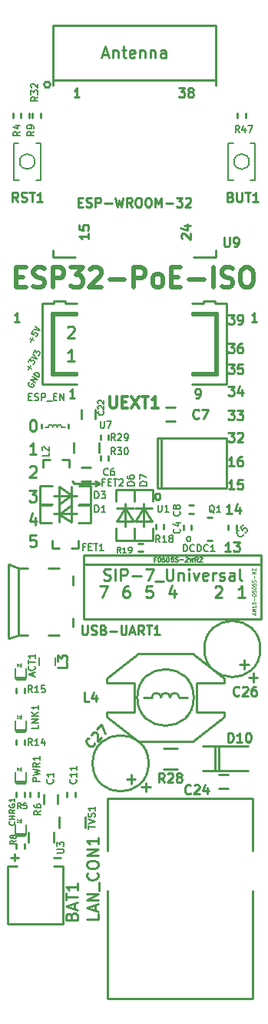
<source format=gbr>
G04 #@! TF.GenerationSoftware,KiCad,Pcbnew,5.1.6-c6e7f7d~87~ubuntu18.04.1*
G04 #@! TF.CreationDate,2021-09-17T08:15:12+03:00*
G04 #@! TF.ProjectId,ESP32-PoE-ISO_Rev_G,45535033-322d-4506-9f45-2d49534f5f52,G*
G04 #@! TF.SameCoordinates,Original*
G04 #@! TF.FileFunction,Legend,Top*
G04 #@! TF.FilePolarity,Positive*
%FSLAX46Y46*%
G04 Gerber Fmt 4.6, Leading zero omitted, Abs format (unit mm)*
G04 Created by KiCad (PCBNEW 5.1.6-c6e7f7d~87~ubuntu18.04.1) date 2021-09-17 08:15:12*
%MOMM*%
%LPD*%
G01*
G04 APERTURE LIST*
%ADD10C,0.254000*%
%ADD11C,0.158750*%
%ADD12C,0.508000*%
%ADD13C,0.127000*%
%ADD14C,0.200000*%
%ADD15C,0.050000*%
%ADD16C,0.100000*%
%ADD17C,0.190500*%
%ADD18C,0.317500*%
G04 APERTURE END LIST*
D10*
X114493523Y-121109619D02*
X115122476Y-121109619D01*
X114783809Y-121496666D01*
X114928952Y-121496666D01*
X115025714Y-121545047D01*
X115074095Y-121593428D01*
X115122476Y-121690190D01*
X115122476Y-121932095D01*
X115074095Y-122028857D01*
X115025714Y-122077238D01*
X114928952Y-122125619D01*
X114638666Y-122125619D01*
X114541904Y-122077238D01*
X114493523Y-122028857D01*
X115606285Y-122125619D02*
X115799809Y-122125619D01*
X115896571Y-122077238D01*
X115944952Y-122028857D01*
X116041714Y-121883714D01*
X116090095Y-121690190D01*
X116090095Y-121303142D01*
X116041714Y-121206380D01*
X115993333Y-121158000D01*
X115896571Y-121109619D01*
X115703047Y-121109619D01*
X115606285Y-121158000D01*
X115557904Y-121206380D01*
X115509523Y-121303142D01*
X115509523Y-121545047D01*
X115557904Y-121641809D01*
X115606285Y-121690190D01*
X115703047Y-121738571D01*
X115896571Y-121738571D01*
X115993333Y-121690190D01*
X116041714Y-121641809D01*
X116090095Y-121545047D01*
X114493523Y-124284619D02*
X115122476Y-124284619D01*
X114783809Y-124671666D01*
X114928952Y-124671666D01*
X115025714Y-124720047D01*
X115074095Y-124768428D01*
X115122476Y-124865190D01*
X115122476Y-125107095D01*
X115074095Y-125203857D01*
X115025714Y-125252238D01*
X114928952Y-125300619D01*
X114638666Y-125300619D01*
X114541904Y-125252238D01*
X114493523Y-125203857D01*
X115993333Y-124284619D02*
X115799809Y-124284619D01*
X115703047Y-124333000D01*
X115654666Y-124381380D01*
X115557904Y-124526523D01*
X115509523Y-124720047D01*
X115509523Y-125107095D01*
X115557904Y-125203857D01*
X115606285Y-125252238D01*
X115703047Y-125300619D01*
X115896571Y-125300619D01*
X115993333Y-125252238D01*
X116041714Y-125203857D01*
X116090095Y-125107095D01*
X116090095Y-124865190D01*
X116041714Y-124768428D01*
X115993333Y-124720047D01*
X115896571Y-124671666D01*
X115703047Y-124671666D01*
X115606285Y-124720047D01*
X115557904Y-124768428D01*
X115509523Y-124865190D01*
X114493523Y-126570619D02*
X115122476Y-126570619D01*
X114783809Y-126957666D01*
X114928952Y-126957666D01*
X115025714Y-127006047D01*
X115074095Y-127054428D01*
X115122476Y-127151190D01*
X115122476Y-127393095D01*
X115074095Y-127489857D01*
X115025714Y-127538238D01*
X114928952Y-127586619D01*
X114638666Y-127586619D01*
X114541904Y-127538238D01*
X114493523Y-127489857D01*
X116041714Y-126570619D02*
X115557904Y-126570619D01*
X115509523Y-127054428D01*
X115557904Y-127006047D01*
X115654666Y-126957666D01*
X115896571Y-126957666D01*
X115993333Y-127006047D01*
X116041714Y-127054428D01*
X116090095Y-127151190D01*
X116090095Y-127393095D01*
X116041714Y-127489857D01*
X115993333Y-127538238D01*
X115896571Y-127586619D01*
X115654666Y-127586619D01*
X115557904Y-127538238D01*
X115509523Y-127489857D01*
X114493523Y-128983619D02*
X115122476Y-128983619D01*
X114783809Y-129370666D01*
X114928952Y-129370666D01*
X115025714Y-129419047D01*
X115074095Y-129467428D01*
X115122476Y-129564190D01*
X115122476Y-129806095D01*
X115074095Y-129902857D01*
X115025714Y-129951238D01*
X114928952Y-129999619D01*
X114638666Y-129999619D01*
X114541904Y-129951238D01*
X114493523Y-129902857D01*
X115993333Y-129322285D02*
X115993333Y-129999619D01*
X115751428Y-128935238D02*
X115509523Y-129660952D01*
X116138476Y-129660952D01*
X114493523Y-131650619D02*
X115122476Y-131650619D01*
X114783809Y-132037666D01*
X114928952Y-132037666D01*
X115025714Y-132086047D01*
X115074095Y-132134428D01*
X115122476Y-132231190D01*
X115122476Y-132473095D01*
X115074095Y-132569857D01*
X115025714Y-132618238D01*
X114928952Y-132666619D01*
X114638666Y-132666619D01*
X114541904Y-132618238D01*
X114493523Y-132569857D01*
X115461142Y-131650619D02*
X116090095Y-131650619D01*
X115751428Y-132037666D01*
X115896571Y-132037666D01*
X115993333Y-132086047D01*
X116041714Y-132134428D01*
X116090095Y-132231190D01*
X116090095Y-132473095D01*
X116041714Y-132569857D01*
X115993333Y-132618238D01*
X115896571Y-132666619D01*
X115606285Y-132666619D01*
X115509523Y-132618238D01*
X115461142Y-132569857D01*
X114493523Y-134063619D02*
X115122476Y-134063619D01*
X114783809Y-134450666D01*
X114928952Y-134450666D01*
X115025714Y-134499047D01*
X115074095Y-134547428D01*
X115122476Y-134644190D01*
X115122476Y-134886095D01*
X115074095Y-134982857D01*
X115025714Y-135031238D01*
X114928952Y-135079619D01*
X114638666Y-135079619D01*
X114541904Y-135031238D01*
X114493523Y-134982857D01*
X115509523Y-134160380D02*
X115557904Y-134112000D01*
X115654666Y-134063619D01*
X115896571Y-134063619D01*
X115993333Y-134112000D01*
X116041714Y-134160380D01*
X116090095Y-134257142D01*
X116090095Y-134353904D01*
X116041714Y-134499047D01*
X115461142Y-135079619D01*
X116090095Y-135079619D01*
X115122476Y-137746619D02*
X114541904Y-137746619D01*
X114832190Y-137746619D02*
X114832190Y-136730619D01*
X114735428Y-136875761D01*
X114638666Y-136972523D01*
X114541904Y-137020904D01*
X115993333Y-136730619D02*
X115799809Y-136730619D01*
X115703047Y-136779000D01*
X115654666Y-136827380D01*
X115557904Y-136972523D01*
X115509523Y-137166047D01*
X115509523Y-137553095D01*
X115557904Y-137649857D01*
X115606285Y-137698238D01*
X115703047Y-137746619D01*
X115896571Y-137746619D01*
X115993333Y-137698238D01*
X116041714Y-137649857D01*
X116090095Y-137553095D01*
X116090095Y-137311190D01*
X116041714Y-137214428D01*
X115993333Y-137166047D01*
X115896571Y-137117666D01*
X115703047Y-137117666D01*
X115606285Y-137166047D01*
X115557904Y-137214428D01*
X115509523Y-137311190D01*
X115122476Y-140286619D02*
X114541904Y-140286619D01*
X114832190Y-140286619D02*
X114832190Y-139270619D01*
X114735428Y-139415761D01*
X114638666Y-139512523D01*
X114541904Y-139560904D01*
X116041714Y-139270619D02*
X115557904Y-139270619D01*
X115509523Y-139754428D01*
X115557904Y-139706047D01*
X115654666Y-139657666D01*
X115896571Y-139657666D01*
X115993333Y-139706047D01*
X116041714Y-139754428D01*
X116090095Y-139851190D01*
X116090095Y-140093095D01*
X116041714Y-140189857D01*
X115993333Y-140238238D01*
X115896571Y-140286619D01*
X115654666Y-140286619D01*
X115557904Y-140238238D01*
X115509523Y-140189857D01*
X114868476Y-142953619D02*
X114287904Y-142953619D01*
X114578190Y-142953619D02*
X114578190Y-141937619D01*
X114481428Y-142082761D01*
X114384666Y-142179523D01*
X114287904Y-142227904D01*
X115739333Y-142276285D02*
X115739333Y-142953619D01*
X115497428Y-141889238D02*
X115255523Y-142614952D01*
X115884476Y-142614952D01*
X114741476Y-147144619D02*
X114160904Y-147144619D01*
X114451190Y-147144619D02*
X114451190Y-146128619D01*
X114354428Y-146273761D01*
X114257666Y-146370523D01*
X114160904Y-146418904D01*
X115080142Y-146128619D02*
X115709095Y-146128619D01*
X115370428Y-146515666D01*
X115515571Y-146515666D01*
X115612333Y-146564047D01*
X115660714Y-146612428D01*
X115709095Y-146709190D01*
X115709095Y-146951095D01*
X115660714Y-147047857D01*
X115612333Y-147096238D01*
X115515571Y-147144619D01*
X115225285Y-147144619D01*
X115128523Y-147096238D01*
X115080142Y-147047857D01*
X93266380Y-145354523D02*
X92661619Y-145354523D01*
X92601142Y-145959285D01*
X92661619Y-145898809D01*
X92782571Y-145838333D01*
X93084952Y-145838333D01*
X93205904Y-145898809D01*
X93266380Y-145959285D01*
X93326857Y-146080238D01*
X93326857Y-146382619D01*
X93266380Y-146503571D01*
X93205904Y-146564047D01*
X93084952Y-146624523D01*
X92782571Y-146624523D01*
X92661619Y-146564047D01*
X92601142Y-146503571D01*
X93205904Y-143364857D02*
X93205904Y-144211523D01*
X92903523Y-142881047D02*
X92601142Y-143788190D01*
X93387333Y-143788190D01*
X92540666Y-140401523D02*
X93326857Y-140401523D01*
X92903523Y-140885333D01*
X93084952Y-140885333D01*
X93205904Y-140945809D01*
X93266380Y-141006285D01*
X93326857Y-141127238D01*
X93326857Y-141429619D01*
X93266380Y-141550571D01*
X93205904Y-141611047D01*
X93084952Y-141671523D01*
X92722095Y-141671523D01*
X92601142Y-141611047D01*
X92540666Y-141550571D01*
X92601142Y-137855476D02*
X92661619Y-137795000D01*
X92782571Y-137734523D01*
X93084952Y-137734523D01*
X93205904Y-137795000D01*
X93266380Y-137855476D01*
X93326857Y-137976428D01*
X93326857Y-138097380D01*
X93266380Y-138278809D01*
X92540666Y-139004523D01*
X93326857Y-139004523D01*
X93326857Y-136464523D02*
X92601142Y-136464523D01*
X92964000Y-136464523D02*
X92964000Y-135194523D01*
X92843047Y-135375952D01*
X92722095Y-135496904D01*
X92601142Y-135557380D01*
X110931476Y-130253619D02*
X111125000Y-130253619D01*
X111221761Y-130205238D01*
X111270142Y-130156857D01*
X111366904Y-130011714D01*
X111415285Y-129818190D01*
X111415285Y-129431142D01*
X111366904Y-129334380D01*
X111318523Y-129286000D01*
X111221761Y-129237619D01*
X111028238Y-129237619D01*
X110931476Y-129286000D01*
X110883095Y-129334380D01*
X110834714Y-129431142D01*
X110834714Y-129673047D01*
X110883095Y-129769809D01*
X110931476Y-129818190D01*
X111028238Y-129866571D01*
X111221761Y-129866571D01*
X111318523Y-129818190D01*
X111366904Y-129769809D01*
X111415285Y-129673047D01*
X100330000Y-139700000D02*
X99822000Y-139954000D01*
X100330000Y-139700000D02*
X99822000Y-139446000D01*
X97536000Y-139700000D02*
X97282000Y-139446000D01*
X97663000Y-139700000D02*
X97536000Y-139700000D01*
X100330000Y-139700000D02*
X97663000Y-139700000D01*
X93024476Y-133918476D02*
X92903523Y-133918476D01*
X92782571Y-133858000D01*
X92722095Y-133797523D01*
X92661619Y-133676571D01*
X92601142Y-133434666D01*
X92601142Y-133132285D01*
X92661619Y-132890380D01*
X92722095Y-132769428D01*
X92782571Y-132708952D01*
X92903523Y-132648476D01*
X93024476Y-132648476D01*
X93145428Y-132708952D01*
X93205904Y-132769428D01*
X93266380Y-132890380D01*
X93326857Y-133132285D01*
X93326857Y-133434666D01*
X93266380Y-133676571D01*
X93205904Y-133797523D01*
X93145428Y-133858000D01*
X93024476Y-133918476D01*
D11*
X92483214Y-130120571D02*
X92737214Y-130120571D01*
X92846071Y-130519714D02*
X92483214Y-130519714D01*
X92483214Y-129757714D01*
X92846071Y-129757714D01*
X93136357Y-130483428D02*
X93245214Y-130519714D01*
X93426642Y-130519714D01*
X93499214Y-130483428D01*
X93535500Y-130447142D01*
X93571785Y-130374571D01*
X93571785Y-130302000D01*
X93535500Y-130229428D01*
X93499214Y-130193142D01*
X93426642Y-130156857D01*
X93281500Y-130120571D01*
X93208928Y-130084285D01*
X93172642Y-130048000D01*
X93136357Y-129975428D01*
X93136357Y-129902857D01*
X93172642Y-129830285D01*
X93208928Y-129794000D01*
X93281500Y-129757714D01*
X93462928Y-129757714D01*
X93571785Y-129794000D01*
X93898357Y-130519714D02*
X93898357Y-129757714D01*
X94188642Y-129757714D01*
X94261214Y-129794000D01*
X94297500Y-129830285D01*
X94333785Y-129902857D01*
X94333785Y-130011714D01*
X94297500Y-130084285D01*
X94261214Y-130120571D01*
X94188642Y-130156857D01*
X93898357Y-130156857D01*
X94478928Y-130592285D02*
X95059500Y-130592285D01*
X95240928Y-130120571D02*
X95494928Y-130120571D01*
X95603785Y-130519714D02*
X95240928Y-130519714D01*
X95240928Y-129757714D01*
X95603785Y-129757714D01*
X95930357Y-130519714D02*
X95930357Y-129757714D01*
X96365785Y-130519714D01*
X96365785Y-129757714D01*
X92574132Y-128530241D02*
X92517707Y-128567496D01*
X92472349Y-128646057D01*
X92453179Y-128739737D01*
X92475315Y-128822349D01*
X92512570Y-128878774D01*
X92602199Y-128965437D01*
X92680760Y-129010794D01*
X92800627Y-129045083D01*
X92868119Y-129049134D01*
X92950732Y-129026998D01*
X93022276Y-128963557D01*
X93052514Y-128911183D01*
X93071684Y-128817503D01*
X93060616Y-128776197D01*
X92877307Y-128670363D01*
X92816831Y-128775111D01*
X93249061Y-128570752D02*
X92699135Y-128253252D01*
X93430490Y-128256509D01*
X92880564Y-127939009D01*
X93581680Y-127994639D02*
X93031754Y-127677139D01*
X93107349Y-127546204D01*
X93178894Y-127482762D01*
X93261506Y-127460627D01*
X93328999Y-127464678D01*
X93448865Y-127498967D01*
X93527426Y-127544324D01*
X93617055Y-127630987D01*
X93654310Y-127687412D01*
X93676446Y-127770024D01*
X93657276Y-127863704D01*
X93581680Y-127994639D01*
X92443875Y-127102596D02*
X92685780Y-126683604D01*
X92774323Y-127014052D02*
X92355332Y-126772147D01*
X92466302Y-126277561D02*
X92662849Y-125937130D01*
X92766512Y-126241392D01*
X92811869Y-126162831D01*
X92868294Y-126125576D01*
X92909600Y-126114508D01*
X92977093Y-126118559D01*
X93108028Y-126194154D01*
X93145283Y-126250579D01*
X93156351Y-126291885D01*
X93152299Y-126359378D01*
X93061585Y-126516500D01*
X93005160Y-126553755D01*
X92963854Y-126564823D01*
X92753564Y-125780009D02*
X93409323Y-125914200D01*
X92965230Y-125413391D01*
X93040826Y-125282456D02*
X93237373Y-124942026D01*
X93341036Y-125246287D01*
X93386393Y-125167726D01*
X93442818Y-125130471D01*
X93484124Y-125119403D01*
X93551617Y-125123455D01*
X93682552Y-125199050D01*
X93719806Y-125255475D01*
X93730874Y-125296781D01*
X93726823Y-125364274D01*
X93636109Y-125521396D01*
X93579684Y-125558650D01*
X93538378Y-125569718D01*
X92722066Y-124046726D02*
X92963970Y-123627735D01*
X93052514Y-123958183D02*
X92633522Y-123716278D01*
X92925921Y-122907448D02*
X92774730Y-123169317D01*
X93021481Y-123346695D01*
X93010413Y-123305389D01*
X93014464Y-123237896D01*
X93090059Y-123106961D01*
X93146484Y-123069706D01*
X93187790Y-123058638D01*
X93255283Y-123062689D01*
X93386218Y-123138285D01*
X93423473Y-123194710D01*
X93434541Y-123236016D01*
X93430490Y-123303509D01*
X93354895Y-123434443D01*
X93298470Y-123471698D01*
X93257164Y-123482766D01*
X93031754Y-122724139D02*
X93687514Y-122858330D01*
X93243421Y-122357522D01*
D10*
X97572285Y-130253619D02*
X96991714Y-130253619D01*
X97282000Y-130253619D02*
X97282000Y-129237619D01*
X97185238Y-129382761D01*
X97088476Y-129479523D01*
X96991714Y-129527904D01*
X90544952Y-180793571D02*
X91319047Y-180793571D01*
X90932000Y-181180619D02*
X90932000Y-180406523D01*
X95243952Y-180793571D02*
X96018047Y-180793571D01*
X117638285Y-121871619D02*
X117057714Y-121871619D01*
X117348000Y-121871619D02*
X117348000Y-120855619D01*
X117251238Y-121000761D01*
X117154476Y-121097523D01*
X117057714Y-121145904D01*
X91476285Y-121871619D02*
X90895714Y-121871619D01*
X91186000Y-121871619D02*
X91186000Y-120855619D01*
X91089238Y-121000761D01*
X90992476Y-121097523D01*
X90895714Y-121145904D01*
D12*
X91134595Y-116939785D02*
X91854261Y-116939785D01*
X92162690Y-118070690D02*
X91134595Y-118070690D01*
X91134595Y-115911690D01*
X92162690Y-115911690D01*
X92985166Y-117967880D02*
X93293595Y-118070690D01*
X93807642Y-118070690D01*
X94013261Y-117967880D01*
X94116071Y-117865071D01*
X94218880Y-117659452D01*
X94218880Y-117453833D01*
X94116071Y-117248214D01*
X94013261Y-117145404D01*
X93807642Y-117042595D01*
X93396404Y-116939785D01*
X93190785Y-116836976D01*
X93087976Y-116734166D01*
X92985166Y-116528547D01*
X92985166Y-116322928D01*
X93087976Y-116117309D01*
X93190785Y-116014500D01*
X93396404Y-115911690D01*
X93910452Y-115911690D01*
X94218880Y-116014500D01*
X95144166Y-118070690D02*
X95144166Y-115911690D01*
X95966642Y-115911690D01*
X96172261Y-116014500D01*
X96275071Y-116117309D01*
X96377880Y-116322928D01*
X96377880Y-116631357D01*
X96275071Y-116836976D01*
X96172261Y-116939785D01*
X95966642Y-117042595D01*
X95144166Y-117042595D01*
X97097547Y-115911690D02*
X98434071Y-115911690D01*
X97714404Y-116734166D01*
X98022833Y-116734166D01*
X98228452Y-116836976D01*
X98331261Y-116939785D01*
X98434071Y-117145404D01*
X98434071Y-117659452D01*
X98331261Y-117865071D01*
X98228452Y-117967880D01*
X98022833Y-118070690D01*
X97405976Y-118070690D01*
X97200357Y-117967880D01*
X97097547Y-117865071D01*
X99256547Y-116117309D02*
X99359357Y-116014500D01*
X99564976Y-115911690D01*
X100079023Y-115911690D01*
X100284642Y-116014500D01*
X100387452Y-116117309D01*
X100490261Y-116322928D01*
X100490261Y-116528547D01*
X100387452Y-116836976D01*
X99153738Y-118070690D01*
X100490261Y-118070690D01*
X101415547Y-117248214D02*
X103060499Y-117248214D01*
X104088595Y-118070690D02*
X104088595Y-115911690D01*
X104911071Y-115911690D01*
X105116690Y-116014500D01*
X105219499Y-116117309D01*
X105322309Y-116322928D01*
X105322309Y-116631357D01*
X105219499Y-116836976D01*
X105116690Y-116939785D01*
X104911071Y-117042595D01*
X104088595Y-117042595D01*
X106556023Y-118070690D02*
X106350404Y-117967880D01*
X106247595Y-117865071D01*
X106144785Y-117659452D01*
X106144785Y-117042595D01*
X106247595Y-116836976D01*
X106350404Y-116734166D01*
X106556023Y-116631357D01*
X106864452Y-116631357D01*
X107070071Y-116734166D01*
X107172880Y-116836976D01*
X107275690Y-117042595D01*
X107275690Y-117659452D01*
X107172880Y-117865071D01*
X107070071Y-117967880D01*
X106864452Y-118070690D01*
X106556023Y-118070690D01*
X108200976Y-116939785D02*
X108920642Y-116939785D01*
X109229071Y-118070690D02*
X108200976Y-118070690D01*
X108200976Y-115911690D01*
X109229071Y-115911690D01*
X110154357Y-117248214D02*
X111799309Y-117248214D01*
X112827404Y-118070690D02*
X112827404Y-115911690D01*
X113752690Y-117967880D02*
X114061119Y-118070690D01*
X114575166Y-118070690D01*
X114780785Y-117967880D01*
X114883595Y-117865071D01*
X114986404Y-117659452D01*
X114986404Y-117453833D01*
X114883595Y-117248214D01*
X114780785Y-117145404D01*
X114575166Y-117042595D01*
X114163928Y-116939785D01*
X113958309Y-116836976D01*
X113855500Y-116734166D01*
X113752690Y-116528547D01*
X113752690Y-116322928D01*
X113855500Y-116117309D01*
X113958309Y-116014500D01*
X114163928Y-115911690D01*
X114677976Y-115911690D01*
X114986404Y-116014500D01*
X116322928Y-115911690D02*
X116734166Y-115911690D01*
X116939785Y-116014500D01*
X117145404Y-116220119D01*
X117248214Y-116631357D01*
X117248214Y-117351023D01*
X117145404Y-117762261D01*
X116939785Y-117967880D01*
X116734166Y-118070690D01*
X116322928Y-118070690D01*
X116117309Y-117967880D01*
X115911690Y-117762261D01*
X115808880Y-117351023D01*
X115808880Y-116631357D01*
X115911690Y-116220119D01*
X116117309Y-116014500D01*
X116322928Y-115911690D01*
D13*
X114459000Y-106267000D02*
X114459000Y-102267000D01*
X117459000Y-106267000D02*
X117459000Y-102267000D01*
X114462000Y-102267000D02*
X115020800Y-102267000D01*
X116898000Y-102267000D02*
X117456800Y-102267000D01*
X114461200Y-106267000D02*
X115070800Y-106267000D01*
X116898000Y-106267000D02*
X117456800Y-106267000D01*
X116798738Y-104267000D02*
G75*
G03*
X116798738Y-104267000I-839738J0D01*
G01*
X90821000Y-106267000D02*
X90821000Y-102267000D01*
X93821000Y-106267000D02*
X93821000Y-102267000D01*
X90824000Y-102267000D02*
X91382800Y-102267000D01*
X93260000Y-102267000D02*
X93818800Y-102267000D01*
X90823200Y-106267000D02*
X91432800Y-106267000D01*
X93260000Y-106267000D02*
X93818800Y-106267000D01*
X93160738Y-104267000D02*
G75*
G03*
X93160738Y-104267000I-839738J0D01*
G01*
D10*
X111290000Y-114785000D02*
X110690000Y-114785000D01*
X96990000Y-114785000D02*
X97640000Y-114785000D01*
X95140000Y-89285000D02*
X95140000Y-95905000D01*
X113140000Y-114785000D02*
X113140000Y-114035000D01*
X113140000Y-114785000D02*
X110690000Y-114785000D01*
X95140000Y-114785000D02*
X97640000Y-114785000D01*
X95140000Y-114785000D02*
X95140000Y-114035000D01*
X113140000Y-89285000D02*
X113140000Y-95905000D01*
X95140000Y-95285000D02*
X113140000Y-95285000D01*
X95140000Y-89285000D02*
X113140000Y-89285000D01*
X96877000Y-133550000D02*
X96877000Y-133150000D01*
X93877000Y-133550000D02*
X93877000Y-133150000D01*
D14*
X94627000Y-133500000D02*
X94277000Y-133500000D01*
X96127000Y-133500000D02*
X96477000Y-133500000D01*
X95627000Y-133450000D02*
G75*
G02*
X96127000Y-133450000I250000J0D01*
G01*
X94627000Y-133450000D02*
G75*
G02*
X95127000Y-133450000I250000J0D01*
G01*
X95127000Y-133450000D02*
G75*
G02*
X95627000Y-133450000I250000J0D01*
G01*
D10*
X98581000Y-154543000D02*
X98581000Y-148543000D01*
X118081000Y-154543000D02*
X98581000Y-154543000D01*
X118081000Y-148543000D02*
X98581000Y-148543000D01*
X118081000Y-148543000D02*
X118081000Y-154543000D01*
X118081000Y-148543000D02*
X118081000Y-147543000D01*
X118081000Y-147543000D02*
X98581000Y-147543000D01*
X98581000Y-147543000D02*
X98581000Y-148543000D01*
X95224600Y-181749700D02*
X96227900Y-181749700D01*
X90157300Y-181749700D02*
X91211400Y-181749700D01*
X90152220Y-181757320D02*
X90152220Y-188066680D01*
X90152220Y-188066680D02*
X96232980Y-188066680D01*
X96232980Y-188066680D02*
X96232980Y-181749698D01*
X112692000Y-143383000D02*
X112184000Y-143383000D01*
X112692000Y-145923000D02*
X112184000Y-145923000D01*
X105703021Y-170434000D02*
G75*
G03*
X105703021Y-170434000I-3087021J0D01*
G01*
X104216200Y-143789400D02*
X106121200Y-143789400D01*
X104216200Y-142417800D02*
X106121200Y-142417800D01*
X105130600Y-142417800D02*
X106121200Y-143789400D01*
X104216200Y-143789400D02*
X105130600Y-142417800D01*
X105168700Y-144373600D02*
X105168700Y-141897100D01*
X106146600Y-140322300D02*
X106146600Y-141617700D01*
X104140000Y-140335000D02*
X104140000Y-141630400D01*
X106146600Y-140309600D02*
X104152700Y-140309600D01*
X106159300Y-145961100D02*
X106159300Y-144589500D01*
X104140000Y-145961100D02*
X104140000Y-144589500D01*
X106159300Y-145961100D02*
X104140000Y-145961100D01*
X102184200Y-143789400D02*
X104089200Y-143789400D01*
X102184200Y-142417800D02*
X104089200Y-142417800D01*
X103098600Y-142417800D02*
X104089200Y-143789400D01*
X102184200Y-143789400D02*
X103098600Y-142417800D01*
X103136700Y-144373600D02*
X103136700Y-141897100D01*
X104114600Y-140322300D02*
X104114600Y-141617700D01*
X102108000Y-140335000D02*
X102108000Y-141630400D01*
X104114600Y-140309600D02*
X102120700Y-140309600D01*
X104127300Y-145961100D02*
X104127300Y-144589500D01*
X102108000Y-145961100D02*
X102108000Y-144589500D01*
X104127300Y-145961100D02*
X102108000Y-145961100D01*
X95859600Y-140030200D02*
X95859600Y-141935200D01*
X97231200Y-140030200D02*
X97231200Y-141935200D01*
X97231200Y-140944600D02*
X95859600Y-141935200D01*
X95859600Y-140030200D02*
X97231200Y-140944600D01*
X95275400Y-140982700D02*
X97751900Y-140982700D01*
X99326700Y-141960600D02*
X98031300Y-141960600D01*
X99314000Y-139954000D02*
X98018600Y-139954000D01*
X99339400Y-141960600D02*
X99339400Y-139966700D01*
X93687900Y-141973300D02*
X95059500Y-141973300D01*
X93687900Y-139954000D02*
X95059500Y-139954000D01*
X93687900Y-141973300D02*
X93687900Y-139954000D01*
X97180400Y-143941800D02*
X97180400Y-142036800D01*
X95808800Y-143941800D02*
X95808800Y-142036800D01*
X95808800Y-143027400D02*
X97180400Y-142036800D01*
X97180400Y-143941800D02*
X95808800Y-143027400D01*
X97764600Y-142989300D02*
X95288100Y-142989300D01*
X93713300Y-142011400D02*
X95008700Y-142011400D01*
X93726000Y-144018000D02*
X95021400Y-144018000D01*
X93700600Y-142011400D02*
X93700600Y-144005300D01*
X99352100Y-141998700D02*
X97980500Y-141998700D01*
X99352100Y-144018000D02*
X97980500Y-144018000D01*
X99352100Y-141998700D02*
X99352100Y-144018000D01*
X91630500Y-99187000D02*
X91630500Y-98933000D01*
X91630500Y-99187000D02*
X91630500Y-99441000D01*
X92519500Y-99187000D02*
X92519500Y-99441000D01*
X92519500Y-99187000D02*
X92519500Y-98933000D01*
X91630500Y-99187000D02*
X91630500Y-99441000D01*
X91630500Y-99187000D02*
X91630500Y-98933000D01*
X90741500Y-99187000D02*
X90741500Y-98933000D01*
X90741500Y-99187000D02*
X90741500Y-99441000D01*
X93535500Y-173863000D02*
X93535500Y-174117000D01*
X93535500Y-173863000D02*
X93535500Y-173609000D01*
X92646500Y-173863000D02*
X92646500Y-173609000D01*
X92646500Y-173863000D02*
X92646500Y-174117000D01*
X95250000Y-178003200D02*
X95250000Y-179133500D01*
X92443300Y-178003200D02*
X92443300Y-179133500D01*
D13*
X95377000Y-158826200D02*
X95377000Y-159664400D01*
X93599000Y-158826200D02*
X93599000Y-159664400D01*
D10*
X91084400Y-166751000D02*
X92125800Y-166751000D01*
X92011500Y-166916100D02*
X91186000Y-166916100D01*
X91046300Y-166763700D02*
X91173300Y-166903400D01*
X92138500Y-166763700D02*
X92011500Y-166916100D01*
D15*
X91342400Y-165324800D02*
X91232400Y-165194800D01*
X91212400Y-165184800D02*
X91222400Y-165264800D01*
X91212400Y-165184800D02*
X91292400Y-165184800D01*
X91212400Y-165400200D02*
X91292400Y-165400200D01*
X91212400Y-165400200D02*
X91222400Y-165480200D01*
X91321400Y-165531800D02*
X91211400Y-165401800D01*
D16*
X91677000Y-165454000D02*
X91457000Y-165454000D01*
X91457000Y-165264000D02*
X91557000Y-165364000D01*
X91677000Y-165264000D02*
X91577000Y-165374000D01*
X91677000Y-165264000D02*
X91457000Y-165264000D01*
X91567000Y-165094000D02*
X91567000Y-165614000D01*
D13*
X92202000Y-165735000D02*
X92202000Y-166751000D01*
X90982800Y-166751000D02*
X90982800Y-165735000D01*
X90982800Y-161036000D02*
X90982800Y-160020000D01*
X92202000Y-160020000D02*
X92202000Y-161036000D01*
D16*
X91567000Y-159379000D02*
X91567000Y-159899000D01*
X91677000Y-159549000D02*
X91457000Y-159549000D01*
X91677000Y-159549000D02*
X91577000Y-159659000D01*
X91457000Y-159549000D02*
X91557000Y-159649000D01*
X91677000Y-159739000D02*
X91457000Y-159739000D01*
D15*
X91321400Y-159816800D02*
X91211400Y-159686800D01*
X91212400Y-159685200D02*
X91222400Y-159765200D01*
X91212400Y-159685200D02*
X91292400Y-159685200D01*
X91212400Y-159469800D02*
X91292400Y-159469800D01*
X91212400Y-159469800D02*
X91222400Y-159549800D01*
X91342400Y-159609800D02*
X91232400Y-159479800D01*
D10*
X92138500Y-161048700D02*
X92011500Y-161201100D01*
X91046300Y-161048700D02*
X91173300Y-161188400D01*
X92011500Y-161201100D02*
X91186000Y-161201100D01*
X91084400Y-161036000D02*
X92125800Y-161036000D01*
X97599500Y-173863000D02*
X97599500Y-174117000D01*
X97599500Y-173863000D02*
X97599500Y-173609000D01*
X96710500Y-173863000D02*
X96710500Y-173609000D01*
X96710500Y-173863000D02*
X96710500Y-174117000D01*
X100393500Y-136906000D02*
X100393500Y-136652000D01*
X100393500Y-136906000D02*
X100393500Y-137160000D01*
X101282500Y-136906000D02*
X101282500Y-137160000D01*
X101282500Y-136906000D02*
X101282500Y-136652000D01*
X101282500Y-134620000D02*
X101282500Y-134874000D01*
X101282500Y-134620000D02*
X101282500Y-134366000D01*
X100393500Y-134620000D02*
X100393500Y-134366000D01*
X100393500Y-134620000D02*
X100393500Y-134874000D01*
X91122500Y-173863000D02*
X91122500Y-173609000D01*
X91122500Y-173863000D02*
X91122500Y-174117000D01*
X92011500Y-173863000D02*
X92011500Y-174117000D01*
X92011500Y-173863000D02*
X92011500Y-173609000D01*
X91122500Y-162433000D02*
X91122500Y-162179000D01*
X91122500Y-162433000D02*
X91122500Y-162687000D01*
X92011500Y-162433000D02*
X92011500Y-162687000D01*
X92011500Y-162433000D02*
X92011500Y-162179000D01*
X91122500Y-168148000D02*
X91122500Y-167894000D01*
X91122500Y-168148000D02*
X91122500Y-168402000D01*
X92011500Y-168148000D02*
X92011500Y-168402000D01*
X92011500Y-168148000D02*
X92011500Y-167894000D01*
X91122500Y-179578000D02*
X91122500Y-179324000D01*
X91122500Y-179578000D02*
X91122500Y-179832000D01*
X92011500Y-179578000D02*
X92011500Y-179832000D01*
X92011500Y-179578000D02*
X92011500Y-179324000D01*
X104775000Y-146240500D02*
X105029000Y-146240500D01*
X104775000Y-146240500D02*
X104521000Y-146240500D01*
X104775000Y-147129500D02*
X104521000Y-147129500D01*
X104775000Y-147129500D02*
X105029000Y-147129500D01*
X110363000Y-142938500D02*
X110109000Y-142938500D01*
X110363000Y-142938500D02*
X110617000Y-142938500D01*
X110363000Y-142049500D02*
X110617000Y-142049500D01*
X110363000Y-142049500D02*
X110109000Y-142049500D01*
X98298000Y-137922000D02*
X99314000Y-137922000D01*
X98298000Y-139446000D02*
X99314000Y-139446000D01*
X94107000Y-174879000D02*
X94107000Y-173863000D01*
X95631000Y-174879000D02*
X95631000Y-173863000D01*
X97409000Y-136321800D02*
X97409000Y-135191500D01*
X100215700Y-136321800D02*
X100215700Y-135191500D01*
X107061000Y-134683500D02*
X107061000Y-140144500D01*
X114300000Y-134683500D02*
X106680000Y-134683500D01*
X106680000Y-140144500D02*
X114300000Y-140144500D01*
X114300000Y-134683500D02*
X114300000Y-140144500D01*
X106680000Y-140144500D02*
X106680000Y-134683500D01*
D13*
X90982800Y-172466000D02*
X90982800Y-171450000D01*
X92202000Y-171450000D02*
X92202000Y-172466000D01*
D16*
X91567000Y-170809000D02*
X91567000Y-171329000D01*
X91677000Y-170979000D02*
X91457000Y-170979000D01*
X91677000Y-170979000D02*
X91577000Y-171089000D01*
X91457000Y-170979000D02*
X91557000Y-171079000D01*
X91677000Y-171169000D02*
X91457000Y-171169000D01*
D15*
X91321400Y-171246800D02*
X91211400Y-171116800D01*
X91212400Y-171115200D02*
X91222400Y-171195200D01*
X91212400Y-171115200D02*
X91292400Y-171115200D01*
X91212400Y-170899800D02*
X91292400Y-170899800D01*
X91212400Y-170899800D02*
X91222400Y-170979800D01*
X91342400Y-171039800D02*
X91232400Y-170909800D01*
D10*
X92138500Y-172478700D02*
X92011500Y-172631100D01*
X91046300Y-172478700D02*
X91173300Y-172618400D01*
X92011500Y-172631100D02*
X91186000Y-172631100D01*
X91084400Y-172466000D02*
X92125800Y-172466000D01*
X99822000Y-131572000D02*
X99822000Y-132588000D01*
X98298000Y-131572000D02*
X98298000Y-132588000D01*
D13*
X90982800Y-178181000D02*
X90982800Y-177165000D01*
X92202000Y-177165000D02*
X92202000Y-178181000D01*
D16*
X91567000Y-176524000D02*
X91567000Y-177044000D01*
X91677000Y-176694000D02*
X91457000Y-176694000D01*
X91677000Y-176694000D02*
X91577000Y-176804000D01*
X91457000Y-176694000D02*
X91557000Y-176794000D01*
X91677000Y-176884000D02*
X91457000Y-176884000D01*
D15*
X91321400Y-176961800D02*
X91211400Y-176831800D01*
X91212400Y-176830200D02*
X91222400Y-176910200D01*
X91212400Y-176830200D02*
X91292400Y-176830200D01*
X91212400Y-176614800D02*
X91292400Y-176614800D01*
X91212400Y-176614800D02*
X91222400Y-176694800D01*
X91342400Y-176754800D02*
X91232400Y-176624800D01*
D10*
X92138500Y-178193700D02*
X92011500Y-178346100D01*
X91046300Y-178193700D02*
X91173300Y-178333400D01*
X92011500Y-178346100D02*
X91186000Y-178346100D01*
X91084400Y-178181000D02*
X92125800Y-178181000D01*
X108585000Y-132842000D02*
X107569000Y-132842000D01*
X108585000Y-131318000D02*
X107569000Y-131318000D01*
X96926400Y-137033000D02*
X96215200Y-137033000D01*
X96926400Y-137871200D02*
X96926400Y-137033000D01*
X94081600Y-137871200D02*
X94081600Y-137033000D01*
X94792800Y-137033000D02*
X94081600Y-137033000D01*
X95097600Y-146812000D02*
X95808800Y-146812000D01*
X95097600Y-145973800D02*
X95097600Y-146812000D01*
X97942400Y-145973800D02*
X97942400Y-146812000D01*
X97231200Y-146812000D02*
X97942400Y-146812000D01*
X116395500Y-99187000D02*
X116395500Y-99441000D01*
X116395500Y-99187000D02*
X116395500Y-98933000D01*
X115506500Y-99187000D02*
X115506500Y-98933000D01*
X115506500Y-99187000D02*
X115506500Y-99441000D01*
X114490500Y-144526000D02*
X114490500Y-144272000D01*
X114490500Y-144526000D02*
X114490500Y-144780000D01*
X115379500Y-144526000D02*
X115379500Y-144780000D01*
X115379500Y-144526000D02*
X115379500Y-144272000D01*
X110426500Y-144526000D02*
X110426500Y-144780000D01*
X110426500Y-144526000D02*
X110426500Y-144272000D01*
X109537500Y-144526000D02*
X109537500Y-144272000D01*
X109537500Y-144526000D02*
X109537500Y-144780000D01*
X92900500Y-99187000D02*
X92900500Y-98933000D01*
X92900500Y-99187000D02*
X92900500Y-99441000D01*
X93789500Y-99187000D02*
X93789500Y-99441000D01*
X93789500Y-99187000D02*
X93789500Y-98933000D01*
X109969000Y-163195000D02*
X109069000Y-163195000D01*
X106069000Y-163195000D02*
X105169000Y-163195000D01*
X110680270Y-163195000D02*
G75*
G03*
X110680270Y-163195000I-3111270J0D01*
G01*
X101069000Y-161095000D02*
X104569000Y-158395000D01*
X101069000Y-161595000D02*
X101069000Y-161095000D01*
X104169000Y-161595000D02*
X101069000Y-161595000D01*
X104169000Y-164795000D02*
X104169000Y-161595000D01*
X101069000Y-164795000D02*
X104169000Y-164795000D01*
X101069000Y-165295000D02*
X101069000Y-164795000D01*
X104569000Y-167995000D02*
X101069000Y-165295000D01*
X110569000Y-167995000D02*
X104569000Y-167995000D01*
X114069000Y-165295000D02*
X110569000Y-167995000D01*
X114069000Y-164795000D02*
X114069000Y-165295000D01*
X110969000Y-164795000D02*
X114069000Y-164795000D01*
X110969000Y-161595000D02*
X110969000Y-164795000D01*
X114069000Y-161595000D02*
X110969000Y-161595000D01*
X114069000Y-161095000D02*
X114069000Y-161595000D01*
X110569000Y-158395000D02*
X114069000Y-161095000D01*
X104569000Y-158395000D02*
X110569000Y-158395000D01*
X107069000Y-163195000D02*
G75*
G02*
X108069000Y-163195000I500000J0D01*
G01*
X108069000Y-163195000D02*
G75*
G02*
X109069000Y-163195000I500000J0D01*
G01*
X106069000Y-163195000D02*
G75*
G02*
X107069000Y-163195000I500000J0D01*
G01*
X106489500Y-144399000D02*
X106489500Y-144145000D01*
X106489500Y-144399000D02*
X106489500Y-144653000D01*
X107378500Y-144399000D02*
X107378500Y-144653000D01*
X107378500Y-144399000D02*
X107378500Y-144145000D01*
X112776000Y-121031000D02*
X113284000Y-121031000D01*
X112903000Y-127635000D02*
X113157000Y-127635000D01*
X95504000Y-127635000D02*
X95123000Y-127635000D01*
X95504000Y-121031000D02*
X95123000Y-121031000D01*
X95250000Y-121158000D02*
X97790000Y-121158000D01*
X110490000Y-121158000D02*
X113030000Y-121158000D01*
X113030000Y-127508000D02*
X113030000Y-121158000D01*
X95250000Y-121158000D02*
X95250000Y-127508000D01*
X93980000Y-119888000D02*
X95250000Y-119888000D01*
X114300000Y-128778000D02*
X110490000Y-128778000D01*
X114300000Y-128778000D02*
X114300000Y-119888000D01*
X93980000Y-119888000D02*
X93980000Y-128778000D01*
X113030000Y-127508000D02*
X110490000Y-127508000D01*
X97790000Y-127508000D02*
X95250000Y-127508000D01*
X113030000Y-119888000D02*
X113030000Y-119634000D01*
X113030000Y-119634000D02*
X111760000Y-119634000D01*
X111760000Y-119888000D02*
X111760000Y-119634000D01*
X113030000Y-119888000D02*
X114300000Y-119888000D01*
X110490000Y-119888000D02*
X111760000Y-119888000D01*
X96520000Y-119634000D02*
X95250000Y-119634000D01*
X95250000Y-119634000D02*
X95250000Y-119888000D01*
X96520000Y-119634000D02*
X96520000Y-119888000D01*
X96520000Y-119888000D02*
X97790000Y-119888000D01*
X110490000Y-127762000D02*
X113284000Y-127762000D01*
X113284000Y-127762000D02*
X113284000Y-120904000D01*
X113284000Y-120904000D02*
X110490000Y-120904000D01*
X97790000Y-120904000D02*
X94996000Y-120904000D01*
X94996000Y-120904000D02*
X94996000Y-127762000D01*
X94996000Y-127762000D02*
X97790000Y-127762000D01*
X97790000Y-128778000D02*
X93980000Y-128778000D01*
X110490000Y-121158000D02*
X110490000Y-120904000D01*
X110490000Y-127762000D02*
X110490000Y-127508000D01*
X97790000Y-127762000D02*
X97790000Y-127508000D01*
X97790000Y-121158000D02*
X97790000Y-120904000D01*
X91326000Y-156354000D02*
X91326000Y-148954000D01*
X95826000Y-148954000D02*
X94626000Y-148954000D01*
X97326000Y-150854000D02*
X97326000Y-149854000D01*
X97326000Y-155454000D02*
X97326000Y-154454000D01*
X92326000Y-156354000D02*
X91326000Y-156354000D01*
X90226000Y-156718000D02*
X90226000Y-148590000D01*
X91326000Y-148954000D02*
X92326000Y-148954000D01*
X95826000Y-156354000D02*
X94626000Y-156354000D01*
X90297000Y-156718000D02*
X91313000Y-156337000D01*
X90297000Y-148590000D02*
X91313000Y-148971000D01*
X95872300Y-176352200D02*
X95872300Y-177482500D01*
X98679000Y-176352200D02*
X98679000Y-177482500D01*
X101200000Y-174293000D02*
X117200000Y-174293000D01*
X117200000Y-174293000D02*
X117200000Y-180063000D01*
X117200000Y-184493000D02*
X117200000Y-196293000D01*
X117200000Y-196293000D02*
X101200000Y-196293000D01*
X101200000Y-196293000D02*
X101200000Y-184493000D01*
X101200000Y-180063000D02*
X101200000Y-174293000D01*
X118022021Y-157861000D02*
G75*
G03*
X118022021Y-157861000I-3087021J0D01*
G01*
X111673000Y-171276000D02*
X116673000Y-171276000D01*
X113043000Y-168576000D02*
X113043000Y-171276000D01*
X116673000Y-168576000D02*
X111673000Y-168576000D01*
X113483000Y-168576000D02*
X113483000Y-171276000D01*
X108839000Y-171069000D02*
X107315000Y-171069000D01*
X108839000Y-168783000D02*
X107315000Y-168783000D01*
X113411000Y-173228000D02*
X114427000Y-173228000D01*
X113411000Y-171704000D02*
X114427000Y-171704000D01*
X114747523Y-108131428D02*
X114892666Y-108179809D01*
X114941047Y-108228190D01*
X114989428Y-108324952D01*
X114989428Y-108470095D01*
X114941047Y-108566857D01*
X114892666Y-108615238D01*
X114795904Y-108663619D01*
X114408857Y-108663619D01*
X114408857Y-107647619D01*
X114747523Y-107647619D01*
X114844285Y-107696000D01*
X114892666Y-107744380D01*
X114941047Y-107841142D01*
X114941047Y-107937904D01*
X114892666Y-108034666D01*
X114844285Y-108083047D01*
X114747523Y-108131428D01*
X114408857Y-108131428D01*
X115424857Y-107647619D02*
X115424857Y-108470095D01*
X115473238Y-108566857D01*
X115521619Y-108615238D01*
X115618380Y-108663619D01*
X115811904Y-108663619D01*
X115908666Y-108615238D01*
X115957047Y-108566857D01*
X116005428Y-108470095D01*
X116005428Y-107647619D01*
X116344095Y-107647619D02*
X116924666Y-107647619D01*
X116634380Y-108663619D02*
X116634380Y-107647619D01*
X117795523Y-108663619D02*
X117214952Y-108663619D01*
X117505238Y-108663619D02*
X117505238Y-107647619D01*
X117408476Y-107792761D01*
X117311714Y-107889523D01*
X117214952Y-107937904D01*
X91288809Y-108663619D02*
X90950142Y-108179809D01*
X90708238Y-108663619D02*
X90708238Y-107647619D01*
X91095285Y-107647619D01*
X91192047Y-107696000D01*
X91240428Y-107744380D01*
X91288809Y-107841142D01*
X91288809Y-107986285D01*
X91240428Y-108083047D01*
X91192047Y-108131428D01*
X91095285Y-108179809D01*
X90708238Y-108179809D01*
X91675857Y-108615238D02*
X91821000Y-108663619D01*
X92062904Y-108663619D01*
X92159666Y-108615238D01*
X92208047Y-108566857D01*
X92256428Y-108470095D01*
X92256428Y-108373333D01*
X92208047Y-108276571D01*
X92159666Y-108228190D01*
X92062904Y-108179809D01*
X91869380Y-108131428D01*
X91772619Y-108083047D01*
X91724238Y-108034666D01*
X91675857Y-107937904D01*
X91675857Y-107841142D01*
X91724238Y-107744380D01*
X91772619Y-107696000D01*
X91869380Y-107647619D01*
X92111285Y-107647619D01*
X92256428Y-107696000D01*
X92546714Y-107647619D02*
X93127285Y-107647619D01*
X92837000Y-108663619D02*
X92837000Y-107647619D01*
X93998142Y-108663619D02*
X93417571Y-108663619D01*
X93707857Y-108663619D02*
X93707857Y-107647619D01*
X93611095Y-107792761D01*
X93514333Y-107889523D01*
X93417571Y-107937904D01*
X114033904Y-112600619D02*
X114033904Y-113423095D01*
X114082285Y-113519857D01*
X114130666Y-113568238D01*
X114227428Y-113616619D01*
X114420952Y-113616619D01*
X114517714Y-113568238D01*
X114566095Y-113519857D01*
X114614476Y-113423095D01*
X114614476Y-112600619D01*
X115146666Y-113616619D02*
X115340190Y-113616619D01*
X115436952Y-113568238D01*
X115485333Y-113519857D01*
X115582095Y-113374714D01*
X115630476Y-113181190D01*
X115630476Y-112794142D01*
X115582095Y-112697380D01*
X115533714Y-112649000D01*
X115436952Y-112600619D01*
X115243428Y-112600619D01*
X115146666Y-112649000D01*
X115098285Y-112697380D01*
X115049904Y-112794142D01*
X115049904Y-113036047D01*
X115098285Y-113132809D01*
X115146666Y-113181190D01*
X115243428Y-113229571D01*
X115436952Y-113229571D01*
X115533714Y-113181190D01*
X115582095Y-113132809D01*
X115630476Y-113036047D01*
X94820619Y-95830571D02*
X94772238Y-95927333D01*
X94723857Y-95975714D01*
X94627095Y-96024095D01*
X94336809Y-96024095D01*
X94240047Y-95975714D01*
X94191666Y-95927333D01*
X94143285Y-95830571D01*
X94143285Y-95685428D01*
X94191666Y-95588666D01*
X94240047Y-95540285D01*
X94336809Y-95491904D01*
X94627095Y-95491904D01*
X94723857Y-95540285D01*
X94772238Y-95588666D01*
X94820619Y-95685428D01*
X94820619Y-95830571D01*
X100632380Y-92496666D02*
X101237142Y-92496666D01*
X100511428Y-92859523D02*
X100934761Y-91589523D01*
X101358095Y-92859523D01*
X101781428Y-92012857D02*
X101781428Y-92859523D01*
X101781428Y-92133809D02*
X101841904Y-92073333D01*
X101962857Y-92012857D01*
X102144285Y-92012857D01*
X102265238Y-92073333D01*
X102325714Y-92194285D01*
X102325714Y-92859523D01*
X102749047Y-92012857D02*
X103232857Y-92012857D01*
X102930476Y-91589523D02*
X102930476Y-92678095D01*
X102990952Y-92799047D01*
X103111904Y-92859523D01*
X103232857Y-92859523D01*
X104140000Y-92799047D02*
X104019047Y-92859523D01*
X103777142Y-92859523D01*
X103656190Y-92799047D01*
X103595714Y-92678095D01*
X103595714Y-92194285D01*
X103656190Y-92073333D01*
X103777142Y-92012857D01*
X104019047Y-92012857D01*
X104140000Y-92073333D01*
X104200476Y-92194285D01*
X104200476Y-92315238D01*
X103595714Y-92436190D01*
X104744761Y-92012857D02*
X104744761Y-92859523D01*
X104744761Y-92133809D02*
X104805238Y-92073333D01*
X104926190Y-92012857D01*
X105107619Y-92012857D01*
X105228571Y-92073333D01*
X105289047Y-92194285D01*
X105289047Y-92859523D01*
X105893809Y-92012857D02*
X105893809Y-92859523D01*
X105893809Y-92133809D02*
X105954285Y-92073333D01*
X106075238Y-92012857D01*
X106256666Y-92012857D01*
X106377619Y-92073333D01*
X106438095Y-92194285D01*
X106438095Y-92859523D01*
X107587142Y-92859523D02*
X107587142Y-92194285D01*
X107526666Y-92073333D01*
X107405714Y-92012857D01*
X107163809Y-92012857D01*
X107042857Y-92073333D01*
X107587142Y-92799047D02*
X107466190Y-92859523D01*
X107163809Y-92859523D01*
X107042857Y-92799047D01*
X106982380Y-92678095D01*
X106982380Y-92557142D01*
X107042857Y-92436190D01*
X107163809Y-92375714D01*
X107466190Y-92375714D01*
X107587142Y-92315238D01*
X97971428Y-108722428D02*
X98310095Y-108722428D01*
X98455238Y-109254619D02*
X97971428Y-109254619D01*
X97971428Y-108238619D01*
X98455238Y-108238619D01*
X98842285Y-109206238D02*
X98987428Y-109254619D01*
X99229333Y-109254619D01*
X99326095Y-109206238D01*
X99374476Y-109157857D01*
X99422857Y-109061095D01*
X99422857Y-108964333D01*
X99374476Y-108867571D01*
X99326095Y-108819190D01*
X99229333Y-108770809D01*
X99035809Y-108722428D01*
X98939047Y-108674047D01*
X98890666Y-108625666D01*
X98842285Y-108528904D01*
X98842285Y-108432142D01*
X98890666Y-108335380D01*
X98939047Y-108287000D01*
X99035809Y-108238619D01*
X99277714Y-108238619D01*
X99422857Y-108287000D01*
X99858285Y-109254619D02*
X99858285Y-108238619D01*
X100245333Y-108238619D01*
X100342095Y-108287000D01*
X100390476Y-108335380D01*
X100438857Y-108432142D01*
X100438857Y-108577285D01*
X100390476Y-108674047D01*
X100342095Y-108722428D01*
X100245333Y-108770809D01*
X99858285Y-108770809D01*
X100874285Y-108867571D02*
X101648380Y-108867571D01*
X102035428Y-108238619D02*
X102277333Y-109254619D01*
X102470857Y-108528904D01*
X102664380Y-109254619D01*
X102906285Y-108238619D01*
X103873904Y-109254619D02*
X103535238Y-108770809D01*
X103293333Y-109254619D02*
X103293333Y-108238619D01*
X103680380Y-108238619D01*
X103777142Y-108287000D01*
X103825523Y-108335380D01*
X103873904Y-108432142D01*
X103873904Y-108577285D01*
X103825523Y-108674047D01*
X103777142Y-108722428D01*
X103680380Y-108770809D01*
X103293333Y-108770809D01*
X104502857Y-108238619D02*
X104696380Y-108238619D01*
X104793142Y-108287000D01*
X104889904Y-108383761D01*
X104938285Y-108577285D01*
X104938285Y-108915952D01*
X104889904Y-109109476D01*
X104793142Y-109206238D01*
X104696380Y-109254619D01*
X104502857Y-109254619D01*
X104406095Y-109206238D01*
X104309333Y-109109476D01*
X104260952Y-108915952D01*
X104260952Y-108577285D01*
X104309333Y-108383761D01*
X104406095Y-108287000D01*
X104502857Y-108238619D01*
X105567238Y-108238619D02*
X105760761Y-108238619D01*
X105857523Y-108287000D01*
X105954285Y-108383761D01*
X106002666Y-108577285D01*
X106002666Y-108915952D01*
X105954285Y-109109476D01*
X105857523Y-109206238D01*
X105760761Y-109254619D01*
X105567238Y-109254619D01*
X105470476Y-109206238D01*
X105373714Y-109109476D01*
X105325333Y-108915952D01*
X105325333Y-108577285D01*
X105373714Y-108383761D01*
X105470476Y-108287000D01*
X105567238Y-108238619D01*
X106438095Y-109254619D02*
X106438095Y-108238619D01*
X106776761Y-108964333D01*
X107115428Y-108238619D01*
X107115428Y-109254619D01*
X107599238Y-108867571D02*
X108373333Y-108867571D01*
X108760380Y-108238619D02*
X109389333Y-108238619D01*
X109050666Y-108625666D01*
X109195809Y-108625666D01*
X109292571Y-108674047D01*
X109340952Y-108722428D01*
X109389333Y-108819190D01*
X109389333Y-109061095D01*
X109340952Y-109157857D01*
X109292571Y-109206238D01*
X109195809Y-109254619D01*
X108905523Y-109254619D01*
X108808761Y-109206238D01*
X108760380Y-109157857D01*
X109776380Y-108335380D02*
X109824761Y-108287000D01*
X109921523Y-108238619D01*
X110163428Y-108238619D01*
X110260190Y-108287000D01*
X110308571Y-108335380D01*
X110356952Y-108432142D01*
X110356952Y-108528904D01*
X110308571Y-108674047D01*
X109728000Y-109254619D01*
X110356952Y-109254619D01*
X98080285Y-97189619D02*
X97499714Y-97189619D01*
X97790000Y-97189619D02*
X97790000Y-96173619D01*
X97693238Y-96318761D01*
X97596476Y-96415523D01*
X97499714Y-96463904D01*
X109032523Y-96173619D02*
X109661476Y-96173619D01*
X109322809Y-96560666D01*
X109467952Y-96560666D01*
X109564714Y-96609047D01*
X109613095Y-96657428D01*
X109661476Y-96754190D01*
X109661476Y-96996095D01*
X109613095Y-97092857D01*
X109564714Y-97141238D01*
X109467952Y-97189619D01*
X109177666Y-97189619D01*
X109080904Y-97141238D01*
X109032523Y-97092857D01*
X110242047Y-96609047D02*
X110145285Y-96560666D01*
X110096904Y-96512285D01*
X110048523Y-96415523D01*
X110048523Y-96367142D01*
X110096904Y-96270380D01*
X110145285Y-96222000D01*
X110242047Y-96173619D01*
X110435571Y-96173619D01*
X110532333Y-96222000D01*
X110580714Y-96270380D01*
X110629095Y-96367142D01*
X110629095Y-96415523D01*
X110580714Y-96512285D01*
X110532333Y-96560666D01*
X110435571Y-96609047D01*
X110242047Y-96609047D01*
X110145285Y-96657428D01*
X110096904Y-96705809D01*
X110048523Y-96802571D01*
X110048523Y-96996095D01*
X110096904Y-97092857D01*
X110145285Y-97141238D01*
X110242047Y-97189619D01*
X110435571Y-97189619D01*
X110532333Y-97141238D01*
X110580714Y-97092857D01*
X110629095Y-96996095D01*
X110629095Y-96802571D01*
X110580714Y-96705809D01*
X110532333Y-96657428D01*
X110435571Y-96609047D01*
X99075119Y-112163523D02*
X99075119Y-112744095D01*
X99075119Y-112453809D02*
X98059119Y-112453809D01*
X98204261Y-112550571D01*
X98301023Y-112647333D01*
X98349404Y-112744095D01*
X98059119Y-111244285D02*
X98059119Y-111728095D01*
X98542928Y-111776476D01*
X98494547Y-111728095D01*
X98446166Y-111631333D01*
X98446166Y-111389428D01*
X98494547Y-111292666D01*
X98542928Y-111244285D01*
X98639690Y-111195904D01*
X98881595Y-111195904D01*
X98978357Y-111244285D01*
X99026738Y-111292666D01*
X99075119Y-111389428D01*
X99075119Y-111631333D01*
X99026738Y-111728095D01*
X98978357Y-111776476D01*
X109395380Y-112744095D02*
X109347000Y-112695714D01*
X109298619Y-112598952D01*
X109298619Y-112357047D01*
X109347000Y-112260285D01*
X109395380Y-112211904D01*
X109492142Y-112163523D01*
X109588904Y-112163523D01*
X109734047Y-112211904D01*
X110314619Y-112792476D01*
X110314619Y-112163523D01*
X109637285Y-111292666D02*
X110314619Y-111292666D01*
X109250238Y-111534571D02*
X109975952Y-111776476D01*
X109975952Y-111147523D01*
D17*
X94705714Y-136271000D02*
X94705714Y-136633857D01*
X93943714Y-136633857D01*
X94016285Y-136053285D02*
X93980000Y-136017000D01*
X93943714Y-135944428D01*
X93943714Y-135763000D01*
X93980000Y-135690428D01*
X94016285Y-135654142D01*
X94088857Y-135617857D01*
X94161428Y-135617857D01*
X94270285Y-135654142D01*
X94705714Y-136089571D01*
X94705714Y-135617857D01*
X109546571Y-147156714D02*
X109546571Y-146394714D01*
X109728000Y-146394714D01*
X109836857Y-146431000D01*
X109909428Y-146503571D01*
X109945714Y-146576142D01*
X109982000Y-146721285D01*
X109982000Y-146830142D01*
X109945714Y-146975285D01*
X109909428Y-147047857D01*
X109836857Y-147120428D01*
X109728000Y-147156714D01*
X109546571Y-147156714D01*
X110744000Y-147084142D02*
X110707714Y-147120428D01*
X110598857Y-147156714D01*
X110526285Y-147156714D01*
X110417428Y-147120428D01*
X110344857Y-147047857D01*
X110308571Y-146975285D01*
X110272285Y-146830142D01*
X110272285Y-146721285D01*
X110308571Y-146576142D01*
X110344857Y-146503571D01*
X110417428Y-146431000D01*
X110526285Y-146394714D01*
X110598857Y-146394714D01*
X110707714Y-146431000D01*
X110744000Y-146467285D01*
X111070571Y-147156714D02*
X111070571Y-146394714D01*
X111252000Y-146394714D01*
X111360857Y-146431000D01*
X111433428Y-146503571D01*
X111469714Y-146576142D01*
X111506000Y-146721285D01*
X111506000Y-146830142D01*
X111469714Y-146975285D01*
X111433428Y-147047857D01*
X111360857Y-147120428D01*
X111252000Y-147156714D01*
X111070571Y-147156714D01*
X112268000Y-147084142D02*
X112231714Y-147120428D01*
X112122857Y-147156714D01*
X112050285Y-147156714D01*
X111941428Y-147120428D01*
X111868857Y-147047857D01*
X111832571Y-146975285D01*
X111796285Y-146830142D01*
X111796285Y-146721285D01*
X111832571Y-146576142D01*
X111868857Y-146503571D01*
X111941428Y-146431000D01*
X112050285Y-146394714D01*
X112122857Y-146394714D01*
X112231714Y-146431000D01*
X112268000Y-146467285D01*
X112993714Y-147156714D02*
X112558285Y-147156714D01*
X112776000Y-147156714D02*
X112776000Y-146394714D01*
X112703428Y-146503571D01*
X112630857Y-146576142D01*
X112558285Y-146612428D01*
D16*
X117397666Y-154104904D02*
X117397666Y-153914428D01*
X117511952Y-154143000D02*
X117111952Y-154009666D01*
X117511952Y-153876333D01*
X117511952Y-153743000D02*
X117111952Y-153743000D01*
X117397666Y-153609666D01*
X117111952Y-153476333D01*
X117511952Y-153476333D01*
X117511952Y-153076333D02*
X117511952Y-153304904D01*
X117511952Y-153190619D02*
X117111952Y-153190619D01*
X117169095Y-153228714D01*
X117207190Y-153266809D01*
X117226238Y-153304904D01*
X117511952Y-152904904D02*
X117111952Y-152904904D01*
X117111952Y-152809666D01*
X117131000Y-152752523D01*
X117169095Y-152714428D01*
X117207190Y-152695380D01*
X117283380Y-152676333D01*
X117340523Y-152676333D01*
X117416714Y-152695380D01*
X117454809Y-152714428D01*
X117492904Y-152752523D01*
X117511952Y-152809666D01*
X117511952Y-152904904D01*
X117359571Y-152504904D02*
X117359571Y-152200142D01*
X117111952Y-151933476D02*
X117111952Y-151895380D01*
X117131000Y-151857285D01*
X117150047Y-151838238D01*
X117188142Y-151819190D01*
X117264333Y-151800142D01*
X117359571Y-151800142D01*
X117435761Y-151819190D01*
X117473857Y-151838238D01*
X117492904Y-151857285D01*
X117511952Y-151895380D01*
X117511952Y-151933476D01*
X117492904Y-151971571D01*
X117473857Y-151990619D01*
X117435761Y-152009666D01*
X117359571Y-152028714D01*
X117264333Y-152028714D01*
X117188142Y-152009666D01*
X117150047Y-151990619D01*
X117131000Y-151971571D01*
X117111952Y-151933476D01*
X117111952Y-151438238D02*
X117111952Y-151628714D01*
X117302428Y-151647761D01*
X117283380Y-151628714D01*
X117264333Y-151590619D01*
X117264333Y-151495380D01*
X117283380Y-151457285D01*
X117302428Y-151438238D01*
X117340523Y-151419190D01*
X117435761Y-151419190D01*
X117473857Y-151438238D01*
X117492904Y-151457285D01*
X117511952Y-151495380D01*
X117511952Y-151590619D01*
X117492904Y-151628714D01*
X117473857Y-151647761D01*
X117111952Y-151171571D02*
X117111952Y-151133476D01*
X117131000Y-151095380D01*
X117150047Y-151076333D01*
X117188142Y-151057285D01*
X117264333Y-151038238D01*
X117359571Y-151038238D01*
X117435761Y-151057285D01*
X117473857Y-151076333D01*
X117492904Y-151095380D01*
X117511952Y-151133476D01*
X117511952Y-151171571D01*
X117492904Y-151209666D01*
X117473857Y-151228714D01*
X117435761Y-151247761D01*
X117359571Y-151266809D01*
X117264333Y-151266809D01*
X117188142Y-151247761D01*
X117150047Y-151228714D01*
X117131000Y-151209666D01*
X117111952Y-151171571D01*
X117111952Y-150676333D02*
X117111952Y-150866809D01*
X117302428Y-150885857D01*
X117283380Y-150866809D01*
X117264333Y-150828714D01*
X117264333Y-150733476D01*
X117283380Y-150695380D01*
X117302428Y-150676333D01*
X117340523Y-150657285D01*
X117435761Y-150657285D01*
X117473857Y-150676333D01*
X117492904Y-150695380D01*
X117511952Y-150733476D01*
X117511952Y-150828714D01*
X117492904Y-150866809D01*
X117473857Y-150885857D01*
X117492904Y-150504904D02*
X117511952Y-150447761D01*
X117511952Y-150352523D01*
X117492904Y-150314428D01*
X117473857Y-150295380D01*
X117435761Y-150276333D01*
X117397666Y-150276333D01*
X117359571Y-150295380D01*
X117340523Y-150314428D01*
X117321476Y-150352523D01*
X117302428Y-150428714D01*
X117283380Y-150466809D01*
X117264333Y-150485857D01*
X117226238Y-150504904D01*
X117188142Y-150504904D01*
X117150047Y-150485857D01*
X117131000Y-150466809D01*
X117111952Y-150428714D01*
X117111952Y-150333476D01*
X117131000Y-150276333D01*
X117359571Y-150104904D02*
X117359571Y-149800142D01*
X117511952Y-149609666D02*
X117111952Y-149609666D01*
X117511952Y-149381095D01*
X117111952Y-149381095D01*
X117111952Y-149228714D02*
X117111952Y-148962047D01*
X117511952Y-149228714D01*
X117511952Y-148962047D01*
X117397666Y-154104904D02*
X117397666Y-153914428D01*
X117511952Y-154143000D02*
X117111952Y-154009666D01*
X117511952Y-153876333D01*
X117511952Y-153743000D02*
X117111952Y-153743000D01*
X117397666Y-153609666D01*
X117111952Y-153476333D01*
X117511952Y-153476333D01*
X117511952Y-153076333D02*
X117511952Y-153304904D01*
X117511952Y-153190619D02*
X117111952Y-153190619D01*
X117169095Y-153228714D01*
X117207190Y-153266809D01*
X117226238Y-153304904D01*
X117511952Y-152904904D02*
X117111952Y-152904904D01*
X117111952Y-152809666D01*
X117131000Y-152752523D01*
X117169095Y-152714428D01*
X117207190Y-152695380D01*
X117283380Y-152676333D01*
X117340523Y-152676333D01*
X117416714Y-152695380D01*
X117454809Y-152714428D01*
X117492904Y-152752523D01*
X117511952Y-152809666D01*
X117511952Y-152904904D01*
X117359571Y-152504904D02*
X117359571Y-152200142D01*
X117111952Y-151933476D02*
X117111952Y-151895380D01*
X117131000Y-151857285D01*
X117150047Y-151838238D01*
X117188142Y-151819190D01*
X117264333Y-151800142D01*
X117359571Y-151800142D01*
X117435761Y-151819190D01*
X117473857Y-151838238D01*
X117492904Y-151857285D01*
X117511952Y-151895380D01*
X117511952Y-151933476D01*
X117492904Y-151971571D01*
X117473857Y-151990619D01*
X117435761Y-152009666D01*
X117359571Y-152028714D01*
X117264333Y-152028714D01*
X117188142Y-152009666D01*
X117150047Y-151990619D01*
X117131000Y-151971571D01*
X117111952Y-151933476D01*
X117111952Y-151438238D02*
X117111952Y-151628714D01*
X117302428Y-151647761D01*
X117283380Y-151628714D01*
X117264333Y-151590619D01*
X117264333Y-151495380D01*
X117283380Y-151457285D01*
X117302428Y-151438238D01*
X117340523Y-151419190D01*
X117435761Y-151419190D01*
X117473857Y-151438238D01*
X117492904Y-151457285D01*
X117511952Y-151495380D01*
X117511952Y-151590619D01*
X117492904Y-151628714D01*
X117473857Y-151647761D01*
X117111952Y-151171571D02*
X117111952Y-151133476D01*
X117131000Y-151095380D01*
X117150047Y-151076333D01*
X117188142Y-151057285D01*
X117264333Y-151038238D01*
X117359571Y-151038238D01*
X117435761Y-151057285D01*
X117473857Y-151076333D01*
X117492904Y-151095380D01*
X117511952Y-151133476D01*
X117511952Y-151171571D01*
X117492904Y-151209666D01*
X117473857Y-151228714D01*
X117435761Y-151247761D01*
X117359571Y-151266809D01*
X117264333Y-151266809D01*
X117188142Y-151247761D01*
X117150047Y-151228714D01*
X117131000Y-151209666D01*
X117111952Y-151171571D01*
X117111952Y-150676333D02*
X117111952Y-150866809D01*
X117302428Y-150885857D01*
X117283380Y-150866809D01*
X117264333Y-150828714D01*
X117264333Y-150733476D01*
X117283380Y-150695380D01*
X117302428Y-150676333D01*
X117340523Y-150657285D01*
X117435761Y-150657285D01*
X117473857Y-150676333D01*
X117492904Y-150695380D01*
X117511952Y-150733476D01*
X117511952Y-150828714D01*
X117492904Y-150866809D01*
X117473857Y-150885857D01*
X117492904Y-150504904D02*
X117511952Y-150447761D01*
X117511952Y-150352523D01*
X117492904Y-150314428D01*
X117473857Y-150295380D01*
X117435761Y-150276333D01*
X117397666Y-150276333D01*
X117359571Y-150295380D01*
X117340523Y-150314428D01*
X117321476Y-150352523D01*
X117302428Y-150428714D01*
X117283380Y-150466809D01*
X117264333Y-150485857D01*
X117226238Y-150504904D01*
X117188142Y-150504904D01*
X117150047Y-150485857D01*
X117131000Y-150466809D01*
X117111952Y-150428714D01*
X117111952Y-150333476D01*
X117131000Y-150276333D01*
X117359571Y-150104904D02*
X117359571Y-149800142D01*
X117511952Y-149609666D02*
X117111952Y-149609666D01*
X117511952Y-149381095D01*
X117111952Y-149381095D01*
X117111952Y-149228714D02*
X117111952Y-148962047D01*
X117511952Y-149228714D01*
X117511952Y-148962047D01*
D13*
X106486476Y-148006714D02*
X106317142Y-148006714D01*
X106317142Y-148272809D02*
X106317142Y-147764809D01*
X106559047Y-147764809D01*
X106849333Y-147764809D02*
X106897714Y-147764809D01*
X106946095Y-147789000D01*
X106970285Y-147813190D01*
X106994476Y-147861571D01*
X107018666Y-147958333D01*
X107018666Y-148079285D01*
X106994476Y-148176047D01*
X106970285Y-148224428D01*
X106946095Y-148248619D01*
X106897714Y-148272809D01*
X106849333Y-148272809D01*
X106800952Y-148248619D01*
X106776761Y-148224428D01*
X106752571Y-148176047D01*
X106728380Y-148079285D01*
X106728380Y-147958333D01*
X106752571Y-147861571D01*
X106776761Y-147813190D01*
X106800952Y-147789000D01*
X106849333Y-147764809D01*
X107478285Y-147764809D02*
X107236380Y-147764809D01*
X107212190Y-148006714D01*
X107236380Y-147982523D01*
X107284761Y-147958333D01*
X107405714Y-147958333D01*
X107454095Y-147982523D01*
X107478285Y-148006714D01*
X107502476Y-148055095D01*
X107502476Y-148176047D01*
X107478285Y-148224428D01*
X107454095Y-148248619D01*
X107405714Y-148272809D01*
X107284761Y-148272809D01*
X107236380Y-148248619D01*
X107212190Y-148224428D01*
X107816952Y-147764809D02*
X107865333Y-147764809D01*
X107913714Y-147789000D01*
X107937904Y-147813190D01*
X107962095Y-147861571D01*
X107986285Y-147958333D01*
X107986285Y-148079285D01*
X107962095Y-148176047D01*
X107937904Y-148224428D01*
X107913714Y-148248619D01*
X107865333Y-148272809D01*
X107816952Y-148272809D01*
X107768571Y-148248619D01*
X107744380Y-148224428D01*
X107720190Y-148176047D01*
X107696000Y-148079285D01*
X107696000Y-147958333D01*
X107720190Y-147861571D01*
X107744380Y-147813190D01*
X107768571Y-147789000D01*
X107816952Y-147764809D01*
X108445904Y-147764809D02*
X108204000Y-147764809D01*
X108179809Y-148006714D01*
X108204000Y-147982523D01*
X108252380Y-147958333D01*
X108373333Y-147958333D01*
X108421714Y-147982523D01*
X108445904Y-148006714D01*
X108470095Y-148055095D01*
X108470095Y-148176047D01*
X108445904Y-148224428D01*
X108421714Y-148248619D01*
X108373333Y-148272809D01*
X108252380Y-148272809D01*
X108204000Y-148248619D01*
X108179809Y-148224428D01*
X108663619Y-148248619D02*
X108736190Y-148272809D01*
X108857142Y-148272809D01*
X108905523Y-148248619D01*
X108929714Y-148224428D01*
X108953904Y-148176047D01*
X108953904Y-148127666D01*
X108929714Y-148079285D01*
X108905523Y-148055095D01*
X108857142Y-148030904D01*
X108760380Y-148006714D01*
X108712000Y-147982523D01*
X108687809Y-147958333D01*
X108663619Y-147909952D01*
X108663619Y-147861571D01*
X108687809Y-147813190D01*
X108712000Y-147789000D01*
X108760380Y-147764809D01*
X108881333Y-147764809D01*
X108953904Y-147789000D01*
X109171619Y-148079285D02*
X109558666Y-148079285D01*
X109776380Y-147813190D02*
X109800571Y-147789000D01*
X109848952Y-147764809D01*
X109969904Y-147764809D01*
X110018285Y-147789000D01*
X110042476Y-147813190D01*
X110066666Y-147861571D01*
X110066666Y-147909952D01*
X110042476Y-147982523D01*
X109752190Y-148272809D01*
X110066666Y-148272809D01*
X110236000Y-147764809D02*
X110356952Y-148272809D01*
X110453714Y-147909952D01*
X110550476Y-148272809D01*
X110671428Y-147764809D01*
X111155238Y-148272809D02*
X110985904Y-148030904D01*
X110864952Y-148272809D02*
X110864952Y-147764809D01*
X111058476Y-147764809D01*
X111106857Y-147789000D01*
X111131047Y-147813190D01*
X111155238Y-147861571D01*
X111155238Y-147934142D01*
X111131047Y-147982523D01*
X111106857Y-148006714D01*
X111058476Y-148030904D01*
X110864952Y-148030904D01*
X111348761Y-147813190D02*
X111372952Y-147789000D01*
X111421333Y-147764809D01*
X111542285Y-147764809D01*
X111590666Y-147789000D01*
X111614857Y-147813190D01*
X111639047Y-147861571D01*
X111639047Y-147909952D01*
X111614857Y-147982523D01*
X111324571Y-148272809D01*
X111639047Y-148272809D01*
D10*
X100287666Y-150942523D02*
X101134333Y-150942523D01*
X100590047Y-152212523D01*
X103492904Y-150942523D02*
X103251000Y-150942523D01*
X103130047Y-151003000D01*
X103069571Y-151063476D01*
X102948619Y-151244904D01*
X102888142Y-151486809D01*
X102888142Y-151970619D01*
X102948619Y-152091571D01*
X103009095Y-152152047D01*
X103130047Y-152212523D01*
X103371952Y-152212523D01*
X103492904Y-152152047D01*
X103553380Y-152091571D01*
X103613857Y-151970619D01*
X103613857Y-151668238D01*
X103553380Y-151547285D01*
X103492904Y-151486809D01*
X103371952Y-151426333D01*
X103130047Y-151426333D01*
X103009095Y-151486809D01*
X102948619Y-151547285D01*
X102888142Y-151668238D01*
X106093380Y-150942523D02*
X105488619Y-150942523D01*
X105428142Y-151547285D01*
X105488619Y-151486809D01*
X105609571Y-151426333D01*
X105911952Y-151426333D01*
X106032904Y-151486809D01*
X106093380Y-151547285D01*
X106153857Y-151668238D01*
X106153857Y-151970619D01*
X106093380Y-152091571D01*
X106032904Y-152152047D01*
X105911952Y-152212523D01*
X105609571Y-152212523D01*
X105488619Y-152152047D01*
X105428142Y-152091571D01*
X108572904Y-151365857D02*
X108572904Y-152212523D01*
X108270523Y-150882047D02*
X107968142Y-151789190D01*
X108754333Y-151789190D01*
X113048142Y-151063476D02*
X113108619Y-151003000D01*
X113229571Y-150942523D01*
X113531952Y-150942523D01*
X113652904Y-151003000D01*
X113713380Y-151063476D01*
X113773857Y-151184428D01*
X113773857Y-151305380D01*
X113713380Y-151486809D01*
X112987666Y-152212523D01*
X113773857Y-152212523D01*
X116313857Y-152212523D02*
X115588142Y-152212523D01*
X115951000Y-152212523D02*
X115951000Y-150942523D01*
X115830047Y-151123952D01*
X115709095Y-151244904D01*
X115588142Y-151305380D01*
X100771476Y-150247047D02*
X100952904Y-150307523D01*
X101255285Y-150307523D01*
X101376238Y-150247047D01*
X101436714Y-150186571D01*
X101497190Y-150065619D01*
X101497190Y-149944666D01*
X101436714Y-149823714D01*
X101376238Y-149763238D01*
X101255285Y-149702761D01*
X101013380Y-149642285D01*
X100892428Y-149581809D01*
X100831952Y-149521333D01*
X100771476Y-149400380D01*
X100771476Y-149279428D01*
X100831952Y-149158476D01*
X100892428Y-149098000D01*
X101013380Y-149037523D01*
X101315761Y-149037523D01*
X101497190Y-149098000D01*
X102041476Y-150307523D02*
X102041476Y-149037523D01*
X102646238Y-150307523D02*
X102646238Y-149037523D01*
X103130047Y-149037523D01*
X103251000Y-149098000D01*
X103311476Y-149158476D01*
X103371952Y-149279428D01*
X103371952Y-149460857D01*
X103311476Y-149581809D01*
X103251000Y-149642285D01*
X103130047Y-149702761D01*
X102646238Y-149702761D01*
X103916238Y-149823714D02*
X104883857Y-149823714D01*
X105367666Y-149037523D02*
X106214333Y-149037523D01*
X105670047Y-150307523D01*
X106395761Y-150428476D02*
X107363380Y-150428476D01*
X107665761Y-149037523D02*
X107665761Y-150065619D01*
X107726238Y-150186571D01*
X107786714Y-150247047D01*
X107907666Y-150307523D01*
X108149571Y-150307523D01*
X108270523Y-150247047D01*
X108331000Y-150186571D01*
X108391476Y-150065619D01*
X108391476Y-149037523D01*
X108996238Y-149460857D02*
X108996238Y-150307523D01*
X108996238Y-149581809D02*
X109056714Y-149521333D01*
X109177666Y-149460857D01*
X109359095Y-149460857D01*
X109480047Y-149521333D01*
X109540523Y-149642285D01*
X109540523Y-150307523D01*
X110145285Y-150307523D02*
X110145285Y-149460857D01*
X110145285Y-149037523D02*
X110084809Y-149098000D01*
X110145285Y-149158476D01*
X110205761Y-149098000D01*
X110145285Y-149037523D01*
X110145285Y-149158476D01*
X110629095Y-149460857D02*
X110931476Y-150307523D01*
X111233857Y-149460857D01*
X112201476Y-150247047D02*
X112080523Y-150307523D01*
X111838619Y-150307523D01*
X111717666Y-150247047D01*
X111657190Y-150126095D01*
X111657190Y-149642285D01*
X111717666Y-149521333D01*
X111838619Y-149460857D01*
X112080523Y-149460857D01*
X112201476Y-149521333D01*
X112261952Y-149642285D01*
X112261952Y-149763238D01*
X111657190Y-149884190D01*
X112806238Y-150307523D02*
X112806238Y-149460857D01*
X112806238Y-149702761D02*
X112866714Y-149581809D01*
X112927190Y-149521333D01*
X113048142Y-149460857D01*
X113169095Y-149460857D01*
X113531952Y-150247047D02*
X113652904Y-150307523D01*
X113894809Y-150307523D01*
X114015761Y-150247047D01*
X114076238Y-150126095D01*
X114076238Y-150065619D01*
X114015761Y-149944666D01*
X113894809Y-149884190D01*
X113713380Y-149884190D01*
X113592428Y-149823714D01*
X113531952Y-149702761D01*
X113531952Y-149642285D01*
X113592428Y-149521333D01*
X113713380Y-149460857D01*
X113894809Y-149460857D01*
X114015761Y-149521333D01*
X115164809Y-150307523D02*
X115164809Y-149642285D01*
X115104333Y-149521333D01*
X114983380Y-149460857D01*
X114741476Y-149460857D01*
X114620523Y-149521333D01*
X115164809Y-150247047D02*
X115043857Y-150307523D01*
X114741476Y-150307523D01*
X114620523Y-150247047D01*
X114560047Y-150126095D01*
X114560047Y-150005142D01*
X114620523Y-149884190D01*
X114741476Y-149823714D01*
X115043857Y-149823714D01*
X115164809Y-149763238D01*
X115951000Y-150307523D02*
X115830047Y-150247047D01*
X115769571Y-150126095D01*
X115769571Y-149037523D01*
X97191285Y-187216142D02*
X97251761Y-187034714D01*
X97312238Y-186974238D01*
X97433190Y-186913761D01*
X97614619Y-186913761D01*
X97735571Y-186974238D01*
X97796047Y-187034714D01*
X97856523Y-187155666D01*
X97856523Y-187639476D01*
X96586523Y-187639476D01*
X96586523Y-187216142D01*
X96647000Y-187095190D01*
X96707476Y-187034714D01*
X96828428Y-186974238D01*
X96949380Y-186974238D01*
X97070333Y-187034714D01*
X97130809Y-187095190D01*
X97191285Y-187216142D01*
X97191285Y-187639476D01*
X97493666Y-186429952D02*
X97493666Y-185825190D01*
X97856523Y-186550904D02*
X96586523Y-186127571D01*
X97856523Y-185704238D01*
X96586523Y-185462333D02*
X96586523Y-184736619D01*
X97856523Y-185099476D02*
X96586523Y-185099476D01*
X97856523Y-183648047D02*
X97856523Y-184373761D01*
X97856523Y-184010904D02*
X96586523Y-184010904D01*
X96767952Y-184131857D01*
X96888904Y-184252809D01*
X96949380Y-184373761D01*
D17*
X112957428Y-142911285D02*
X112884857Y-142875000D01*
X112812285Y-142802428D01*
X112703428Y-142693571D01*
X112630857Y-142657285D01*
X112558285Y-142657285D01*
X112594571Y-142838714D02*
X112522000Y-142802428D01*
X112449428Y-142729857D01*
X112413142Y-142584714D01*
X112413142Y-142330714D01*
X112449428Y-142185571D01*
X112522000Y-142113000D01*
X112594571Y-142076714D01*
X112739714Y-142076714D01*
X112812285Y-142113000D01*
X112884857Y-142185571D01*
X112921142Y-142330714D01*
X112921142Y-142584714D01*
X112884857Y-142729857D01*
X112812285Y-142802428D01*
X112739714Y-142838714D01*
X112594571Y-142838714D01*
X113646857Y-142838714D02*
X113211428Y-142838714D01*
X113429142Y-142838714D02*
X113429142Y-142076714D01*
X113356571Y-142185571D01*
X113284000Y-142258142D01*
X113211428Y-142294428D01*
D14*
X110051857Y-146030904D02*
X109975666Y-145992809D01*
X109937571Y-145954714D01*
X109899476Y-145878523D01*
X109899476Y-145649952D01*
X109937571Y-145573761D01*
X109975666Y-145535666D01*
X110051857Y-145497571D01*
X110166142Y-145497571D01*
X110242333Y-145535666D01*
X110280428Y-145573761D01*
X110318523Y-145649952D01*
X110318523Y-145878523D01*
X110280428Y-145954714D01*
X110242333Y-145992809D01*
X110166142Y-146030904D01*
X110051857Y-146030904D01*
D10*
X99743737Y-168231420D02*
X99743737Y-168299841D01*
X99675316Y-168436683D01*
X99606895Y-168505104D01*
X99470053Y-168573525D01*
X99333211Y-168573525D01*
X99230579Y-168539314D01*
X99059527Y-168436683D01*
X98956895Y-168334051D01*
X98854264Y-168162999D01*
X98820053Y-168060367D01*
X98820053Y-167923525D01*
X98888474Y-167786683D01*
X98956895Y-167718262D01*
X99093737Y-167649841D01*
X99162158Y-167649841D01*
X99435842Y-167376158D02*
X99435842Y-167307737D01*
X99470053Y-167205105D01*
X99641105Y-167034053D01*
X99743737Y-166999842D01*
X99812158Y-166999842D01*
X99914789Y-167034053D01*
X99983210Y-167102474D01*
X100051631Y-167239316D01*
X100051631Y-168060367D01*
X100496367Y-167615631D01*
X100017420Y-166657737D02*
X100496367Y-166178790D01*
X100906893Y-167205105D01*
X103275190Y-172175714D02*
X104242809Y-172175714D01*
X103759000Y-172659523D02*
X103759000Y-171691904D01*
X104926190Y-173064714D02*
X105893809Y-173064714D01*
X105410000Y-173548523D02*
X105410000Y-172580904D01*
D17*
X105500714Y-139881428D02*
X104738714Y-139881428D01*
X104738714Y-139700000D01*
X104775000Y-139591142D01*
X104847571Y-139518571D01*
X104920142Y-139482285D01*
X105065285Y-139446000D01*
X105174142Y-139446000D01*
X105319285Y-139482285D01*
X105391857Y-139518571D01*
X105464428Y-139591142D01*
X105500714Y-139700000D01*
X105500714Y-139881428D01*
X104738714Y-139192000D02*
X104738714Y-138684000D01*
X105500714Y-139010571D01*
X104103714Y-139881428D02*
X103341714Y-139881428D01*
X103341714Y-139700000D01*
X103378000Y-139591142D01*
X103450571Y-139518571D01*
X103523142Y-139482285D01*
X103668285Y-139446000D01*
X103777142Y-139446000D01*
X103922285Y-139482285D01*
X103994857Y-139518571D01*
X104067428Y-139591142D01*
X104103714Y-139700000D01*
X104103714Y-139881428D01*
X103341714Y-138792857D02*
X103341714Y-138938000D01*
X103378000Y-139010571D01*
X103414285Y-139046857D01*
X103523142Y-139119428D01*
X103668285Y-139155714D01*
X103958571Y-139155714D01*
X104031142Y-139119428D01*
X104067428Y-139083142D01*
X104103714Y-139010571D01*
X104103714Y-138865428D01*
X104067428Y-138792857D01*
X104031142Y-138756571D01*
X103958571Y-138720285D01*
X103777142Y-138720285D01*
X103704571Y-138756571D01*
X103668285Y-138792857D01*
X103632000Y-138865428D01*
X103632000Y-139010571D01*
X103668285Y-139083142D01*
X103704571Y-139119428D01*
X103777142Y-139155714D01*
X99767571Y-141314714D02*
X99767571Y-140552714D01*
X99949000Y-140552714D01*
X100057857Y-140589000D01*
X100130428Y-140661571D01*
X100166714Y-140734142D01*
X100203000Y-140879285D01*
X100203000Y-140988142D01*
X100166714Y-141133285D01*
X100130428Y-141205857D01*
X100057857Y-141278428D01*
X99949000Y-141314714D01*
X99767571Y-141314714D01*
X100457000Y-140552714D02*
X100928714Y-140552714D01*
X100674714Y-140843000D01*
X100783571Y-140843000D01*
X100856142Y-140879285D01*
X100892428Y-140915571D01*
X100928714Y-140988142D01*
X100928714Y-141169571D01*
X100892428Y-141242142D01*
X100856142Y-141278428D01*
X100783571Y-141314714D01*
X100565857Y-141314714D01*
X100493285Y-141278428D01*
X100457000Y-141242142D01*
X99767571Y-142838714D02*
X99767571Y-142076714D01*
X99949000Y-142076714D01*
X100057857Y-142113000D01*
X100130428Y-142185571D01*
X100166714Y-142258142D01*
X100203000Y-142403285D01*
X100203000Y-142512142D01*
X100166714Y-142657285D01*
X100130428Y-142729857D01*
X100057857Y-142802428D01*
X99949000Y-142838714D01*
X99767571Y-142838714D01*
X100928714Y-142838714D02*
X100493285Y-142838714D01*
X100711000Y-142838714D02*
X100711000Y-142076714D01*
X100638428Y-142185571D01*
X100565857Y-142258142D01*
X100493285Y-142294428D01*
X93080114Y-100965000D02*
X92717257Y-101219000D01*
X93080114Y-101400428D02*
X92318114Y-101400428D01*
X92318114Y-101110142D01*
X92354400Y-101037571D01*
X92390685Y-101001285D01*
X92463257Y-100965000D01*
X92572114Y-100965000D01*
X92644685Y-101001285D01*
X92680971Y-101037571D01*
X92717257Y-101110142D01*
X92717257Y-101400428D01*
X93080114Y-100602142D02*
X93080114Y-100457000D01*
X93043828Y-100384428D01*
X93007542Y-100348142D01*
X92898685Y-100275571D01*
X92753542Y-100239285D01*
X92463257Y-100239285D01*
X92390685Y-100275571D01*
X92354400Y-100311857D01*
X92318114Y-100384428D01*
X92318114Y-100529571D01*
X92354400Y-100602142D01*
X92390685Y-100638428D01*
X92463257Y-100674714D01*
X92644685Y-100674714D01*
X92717257Y-100638428D01*
X92753542Y-100602142D01*
X92789828Y-100529571D01*
X92789828Y-100384428D01*
X92753542Y-100311857D01*
X92717257Y-100275571D01*
X92644685Y-100239285D01*
X91530714Y-100965000D02*
X91167857Y-101219000D01*
X91530714Y-101400428D02*
X90768714Y-101400428D01*
X90768714Y-101110142D01*
X90805000Y-101037571D01*
X90841285Y-101001285D01*
X90913857Y-100965000D01*
X91022714Y-100965000D01*
X91095285Y-101001285D01*
X91131571Y-101037571D01*
X91167857Y-101110142D01*
X91167857Y-101400428D01*
X91022714Y-100311857D02*
X91530714Y-100311857D01*
X90732428Y-100493285D02*
X91276714Y-100674714D01*
X91276714Y-100203000D01*
X93816714Y-175641000D02*
X93453857Y-175895000D01*
X93816714Y-176076428D02*
X93054714Y-176076428D01*
X93054714Y-175786142D01*
X93091000Y-175713571D01*
X93127285Y-175677285D01*
X93199857Y-175641000D01*
X93308714Y-175641000D01*
X93381285Y-175677285D01*
X93417571Y-175713571D01*
X93453857Y-175786142D01*
X93453857Y-176076428D01*
X93054714Y-174987857D02*
X93054714Y-175133000D01*
X93091000Y-175205571D01*
X93127285Y-175241857D01*
X93236142Y-175314428D01*
X93381285Y-175350714D01*
X93671571Y-175350714D01*
X93744142Y-175314428D01*
X93780428Y-175278142D01*
X93816714Y-175205571D01*
X93816714Y-175060428D01*
X93780428Y-174987857D01*
X93744142Y-174951571D01*
X93671571Y-174915285D01*
X93490142Y-174915285D01*
X93417571Y-174951571D01*
X93381285Y-174987857D01*
X93345000Y-175060428D01*
X93345000Y-175205571D01*
X93381285Y-175278142D01*
X93417571Y-175314428D01*
X93490142Y-175350714D01*
X95594714Y-180285571D02*
X96211571Y-180285571D01*
X96284142Y-180249285D01*
X96320428Y-180213000D01*
X96356714Y-180140428D01*
X96356714Y-179995285D01*
X96320428Y-179922714D01*
X96284142Y-179886428D01*
X96211571Y-179850142D01*
X95594714Y-179850142D01*
X95594714Y-179559857D02*
X95594714Y-179088142D01*
X95885000Y-179342142D01*
X95885000Y-179233285D01*
X95921285Y-179160714D01*
X95957571Y-179124428D01*
X96030142Y-179088142D01*
X96211571Y-179088142D01*
X96284142Y-179124428D01*
X96320428Y-179160714D01*
X96356714Y-179233285D01*
X96356714Y-179451000D01*
X96320428Y-179523571D01*
X96284142Y-179559857D01*
D10*
X96725619Y-159427333D02*
X96725619Y-159911142D01*
X95709619Y-159911142D01*
X95709619Y-159185428D02*
X95709619Y-158556476D01*
X96096666Y-158895142D01*
X96096666Y-158750000D01*
X96145047Y-158653238D01*
X96193428Y-158604857D01*
X96290190Y-158556476D01*
X96532095Y-158556476D01*
X96628857Y-158604857D01*
X96677238Y-158653238D01*
X96725619Y-158750000D01*
X96725619Y-159040285D01*
X96677238Y-159137047D01*
X96628857Y-159185428D01*
D17*
X93562714Y-166261142D02*
X93562714Y-166624000D01*
X92800714Y-166624000D01*
X93562714Y-166007142D02*
X92800714Y-166007142D01*
X93562714Y-165571714D01*
X92800714Y-165571714D01*
X93562714Y-165208857D02*
X92800714Y-165208857D01*
X93562714Y-164773428D02*
X93127285Y-165100000D01*
X92800714Y-164773428D02*
X93236142Y-165208857D01*
X93562714Y-164047714D02*
X93562714Y-164483142D01*
X93562714Y-164265428D02*
X92800714Y-164265428D01*
X92909571Y-164338000D01*
X92982142Y-164410571D01*
X93018428Y-164483142D01*
X92964000Y-160854571D02*
X92964000Y-160491714D01*
X93181714Y-160927142D02*
X92419714Y-160673142D01*
X93181714Y-160419142D01*
X93109142Y-159729714D02*
X93145428Y-159766000D01*
X93181714Y-159874857D01*
X93181714Y-159947428D01*
X93145428Y-160056285D01*
X93072857Y-160128857D01*
X93000285Y-160165142D01*
X92855142Y-160201428D01*
X92746285Y-160201428D01*
X92601142Y-160165142D01*
X92528571Y-160128857D01*
X92456000Y-160056285D01*
X92419714Y-159947428D01*
X92419714Y-159874857D01*
X92456000Y-159766000D01*
X92492285Y-159729714D01*
X92419714Y-159512000D02*
X92419714Y-159076571D01*
X93181714Y-159294285D02*
X92419714Y-159294285D01*
X93181714Y-158423428D02*
X93181714Y-158858857D01*
X93181714Y-158641142D02*
X92419714Y-158641142D01*
X92528571Y-158713714D01*
X92601142Y-158786285D01*
X92637428Y-158858857D01*
X97681142Y-172193857D02*
X97717428Y-172230142D01*
X97753714Y-172339000D01*
X97753714Y-172411571D01*
X97717428Y-172520428D01*
X97644857Y-172593000D01*
X97572285Y-172629285D01*
X97427142Y-172665571D01*
X97318285Y-172665571D01*
X97173142Y-172629285D01*
X97100571Y-172593000D01*
X97028000Y-172520428D01*
X96991714Y-172411571D01*
X96991714Y-172339000D01*
X97028000Y-172230142D01*
X97064285Y-172193857D01*
X97753714Y-171468142D02*
X97753714Y-171903571D01*
X97753714Y-171685857D02*
X96991714Y-171685857D01*
X97100571Y-171758428D01*
X97173142Y-171831000D01*
X97209428Y-171903571D01*
X97753714Y-170742428D02*
X97753714Y-171177857D01*
X97753714Y-170960142D02*
X96991714Y-170960142D01*
X97100571Y-171032714D01*
X97173142Y-171105285D01*
X97209428Y-171177857D01*
X101999142Y-136488714D02*
X101745142Y-136125857D01*
X101563714Y-136488714D02*
X101563714Y-135726714D01*
X101854000Y-135726714D01*
X101926571Y-135763000D01*
X101962857Y-135799285D01*
X101999142Y-135871857D01*
X101999142Y-135980714D01*
X101962857Y-136053285D01*
X101926571Y-136089571D01*
X101854000Y-136125857D01*
X101563714Y-136125857D01*
X102253142Y-135726714D02*
X102724857Y-135726714D01*
X102470857Y-136017000D01*
X102579714Y-136017000D01*
X102652285Y-136053285D01*
X102688571Y-136089571D01*
X102724857Y-136162142D01*
X102724857Y-136343571D01*
X102688571Y-136416142D01*
X102652285Y-136452428D01*
X102579714Y-136488714D01*
X102362000Y-136488714D01*
X102289428Y-136452428D01*
X102253142Y-136416142D01*
X103196571Y-135726714D02*
X103269142Y-135726714D01*
X103341714Y-135763000D01*
X103378000Y-135799285D01*
X103414285Y-135871857D01*
X103450571Y-136017000D01*
X103450571Y-136198428D01*
X103414285Y-136343571D01*
X103378000Y-136416142D01*
X103341714Y-136452428D01*
X103269142Y-136488714D01*
X103196571Y-136488714D01*
X103124000Y-136452428D01*
X103087714Y-136416142D01*
X103051428Y-136343571D01*
X103015142Y-136198428D01*
X103015142Y-136017000D01*
X103051428Y-135871857D01*
X103087714Y-135799285D01*
X103124000Y-135763000D01*
X103196571Y-135726714D01*
X101999142Y-134964714D02*
X101745142Y-134601857D01*
X101563714Y-134964714D02*
X101563714Y-134202714D01*
X101854000Y-134202714D01*
X101926571Y-134239000D01*
X101962857Y-134275285D01*
X101999142Y-134347857D01*
X101999142Y-134456714D01*
X101962857Y-134529285D01*
X101926571Y-134565571D01*
X101854000Y-134601857D01*
X101563714Y-134601857D01*
X102289428Y-134275285D02*
X102325714Y-134239000D01*
X102398285Y-134202714D01*
X102579714Y-134202714D01*
X102652285Y-134239000D01*
X102688571Y-134275285D01*
X102724857Y-134347857D01*
X102724857Y-134420428D01*
X102688571Y-134529285D01*
X102253142Y-134964714D01*
X102724857Y-134964714D01*
X103087714Y-134964714D02*
X103232857Y-134964714D01*
X103305428Y-134928428D01*
X103341714Y-134892142D01*
X103414285Y-134783285D01*
X103450571Y-134638142D01*
X103450571Y-134347857D01*
X103414285Y-134275285D01*
X103378000Y-134239000D01*
X103305428Y-134202714D01*
X103160285Y-134202714D01*
X103087714Y-134239000D01*
X103051428Y-134275285D01*
X103015142Y-134347857D01*
X103015142Y-134529285D01*
X103051428Y-134601857D01*
X103087714Y-134638142D01*
X103160285Y-134674428D01*
X103305428Y-134674428D01*
X103378000Y-134638142D01*
X103414285Y-134601857D01*
X103450571Y-134529285D01*
D11*
X91651666Y-175420261D02*
X91440000Y-175117880D01*
X91288809Y-175420261D02*
X91288809Y-174785261D01*
X91530714Y-174785261D01*
X91591190Y-174815500D01*
X91621428Y-174845738D01*
X91651666Y-174906214D01*
X91651666Y-174996928D01*
X91621428Y-175057404D01*
X91591190Y-175087642D01*
X91530714Y-175117880D01*
X91288809Y-175117880D01*
X92226190Y-174785261D02*
X91923809Y-174785261D01*
X91893571Y-175087642D01*
X91923809Y-175057404D01*
X91984285Y-175027166D01*
X92135476Y-175027166D01*
X92195952Y-175057404D01*
X92226190Y-175087642D01*
X92256428Y-175148119D01*
X92256428Y-175299309D01*
X92226190Y-175359785D01*
X92195952Y-175390023D01*
X92135476Y-175420261D01*
X91984285Y-175420261D01*
X91923809Y-175390023D01*
X91893571Y-175359785D01*
D17*
X92855142Y-162650714D02*
X92601142Y-162287857D01*
X92419714Y-162650714D02*
X92419714Y-161888714D01*
X92710000Y-161888714D01*
X92782571Y-161925000D01*
X92818857Y-161961285D01*
X92855142Y-162033857D01*
X92855142Y-162142714D01*
X92818857Y-162215285D01*
X92782571Y-162251571D01*
X92710000Y-162287857D01*
X92419714Y-162287857D01*
X93580857Y-162650714D02*
X93145428Y-162650714D01*
X93363142Y-162650714D02*
X93363142Y-161888714D01*
X93290571Y-161997571D01*
X93218000Y-162070142D01*
X93145428Y-162106428D01*
X94270285Y-161888714D02*
X93907428Y-161888714D01*
X93871142Y-162251571D01*
X93907428Y-162215285D01*
X93980000Y-162179000D01*
X94161428Y-162179000D01*
X94234000Y-162215285D01*
X94270285Y-162251571D01*
X94306571Y-162324142D01*
X94306571Y-162505571D01*
X94270285Y-162578142D01*
X94234000Y-162614428D01*
X94161428Y-162650714D01*
X93980000Y-162650714D01*
X93907428Y-162614428D01*
X93871142Y-162578142D01*
X92855142Y-168492714D02*
X92601142Y-168129857D01*
X92419714Y-168492714D02*
X92419714Y-167730714D01*
X92710000Y-167730714D01*
X92782571Y-167767000D01*
X92818857Y-167803285D01*
X92855142Y-167875857D01*
X92855142Y-167984714D01*
X92818857Y-168057285D01*
X92782571Y-168093571D01*
X92710000Y-168129857D01*
X92419714Y-168129857D01*
X93580857Y-168492714D02*
X93145428Y-168492714D01*
X93363142Y-168492714D02*
X93363142Y-167730714D01*
X93290571Y-167839571D01*
X93218000Y-167912142D01*
X93145428Y-167948428D01*
X94234000Y-167984714D02*
X94234000Y-168492714D01*
X94052571Y-167694428D02*
X93871142Y-168238714D01*
X94342857Y-168238714D01*
D11*
X91092261Y-178921833D02*
X90789880Y-179133500D01*
X91092261Y-179284690D02*
X90457261Y-179284690D01*
X90457261Y-179042785D01*
X90487500Y-178982309D01*
X90517738Y-178952071D01*
X90578214Y-178921833D01*
X90668928Y-178921833D01*
X90729404Y-178952071D01*
X90759642Y-178982309D01*
X90789880Y-179042785D01*
X90789880Y-179284690D01*
X90729404Y-178558976D02*
X90699166Y-178619452D01*
X90668928Y-178649690D01*
X90608452Y-178679928D01*
X90578214Y-178679928D01*
X90517738Y-178649690D01*
X90487500Y-178619452D01*
X90457261Y-178558976D01*
X90457261Y-178438023D01*
X90487500Y-178377547D01*
X90517738Y-178347309D01*
X90578214Y-178317071D01*
X90608452Y-178317071D01*
X90668928Y-178347309D01*
X90699166Y-178377547D01*
X90729404Y-178438023D01*
X90729404Y-178558976D01*
X90759642Y-178619452D01*
X90789880Y-178649690D01*
X90850357Y-178679928D01*
X90971309Y-178679928D01*
X91031785Y-178649690D01*
X91062023Y-178619452D01*
X91092261Y-178558976D01*
X91092261Y-178438023D01*
X91062023Y-178377547D01*
X91031785Y-178347309D01*
X90971309Y-178317071D01*
X90850357Y-178317071D01*
X90789880Y-178347309D01*
X90759642Y-178377547D01*
X90729404Y-178438023D01*
X102639585Y-147289761D02*
X102427919Y-146987380D01*
X102276728Y-147289761D02*
X102276728Y-146654761D01*
X102518633Y-146654761D01*
X102579109Y-146685000D01*
X102609347Y-146715238D01*
X102639585Y-146775714D01*
X102639585Y-146866428D01*
X102609347Y-146926904D01*
X102579109Y-146957142D01*
X102518633Y-146987380D01*
X102276728Y-146987380D01*
X103244347Y-147289761D02*
X102881490Y-147289761D01*
X103062919Y-147289761D02*
X103062919Y-146654761D01*
X103002442Y-146745476D01*
X102941966Y-146805952D01*
X102881490Y-146836190D01*
X103546728Y-147289761D02*
X103667680Y-147289761D01*
X103728157Y-147259523D01*
X103758395Y-147229285D01*
X103818871Y-147138571D01*
X103849109Y-147017619D01*
X103849109Y-146775714D01*
X103818871Y-146715238D01*
X103788633Y-146685000D01*
X103728157Y-146654761D01*
X103607204Y-146654761D01*
X103546728Y-146685000D01*
X103516490Y-146715238D01*
X103486252Y-146775714D01*
X103486252Y-146926904D01*
X103516490Y-146987380D01*
X103546728Y-147017619D01*
X103607204Y-147047857D01*
X103728157Y-147047857D01*
X103788633Y-147017619D01*
X103818871Y-146987380D01*
X103849109Y-146926904D01*
D17*
X109111142Y-142748000D02*
X109147428Y-142784285D01*
X109183714Y-142893142D01*
X109183714Y-142965714D01*
X109147428Y-143074571D01*
X109074857Y-143147142D01*
X109002285Y-143183428D01*
X108857142Y-143219714D01*
X108748285Y-143219714D01*
X108603142Y-143183428D01*
X108530571Y-143147142D01*
X108458000Y-143074571D01*
X108421714Y-142965714D01*
X108421714Y-142893142D01*
X108458000Y-142784285D01*
X108494285Y-142748000D01*
X108748285Y-142312571D02*
X108712000Y-142385142D01*
X108675714Y-142421428D01*
X108603142Y-142457714D01*
X108566857Y-142457714D01*
X108494285Y-142421428D01*
X108458000Y-142385142D01*
X108421714Y-142312571D01*
X108421714Y-142167428D01*
X108458000Y-142094857D01*
X108494285Y-142058571D01*
X108566857Y-142022285D01*
X108603142Y-142022285D01*
X108675714Y-142058571D01*
X108712000Y-142094857D01*
X108748285Y-142167428D01*
X108748285Y-142312571D01*
X108784571Y-142385142D01*
X108820857Y-142421428D01*
X108893428Y-142457714D01*
X109038571Y-142457714D01*
X109111142Y-142421428D01*
X109147428Y-142385142D01*
X109183714Y-142312571D01*
X109183714Y-142167428D01*
X109147428Y-142094857D01*
X109111142Y-142058571D01*
X109038571Y-142022285D01*
X108893428Y-142022285D01*
X108820857Y-142058571D01*
X108784571Y-142094857D01*
X108748285Y-142167428D01*
X101219000Y-138702142D02*
X101182714Y-138738428D01*
X101073857Y-138774714D01*
X101001285Y-138774714D01*
X100892428Y-138738428D01*
X100819857Y-138665857D01*
X100783571Y-138593285D01*
X100747285Y-138448142D01*
X100747285Y-138339285D01*
X100783571Y-138194142D01*
X100819857Y-138121571D01*
X100892428Y-138049000D01*
X101001285Y-138012714D01*
X101073857Y-138012714D01*
X101182714Y-138049000D01*
X101219000Y-138085285D01*
X101872142Y-138012714D02*
X101727000Y-138012714D01*
X101654428Y-138049000D01*
X101618142Y-138085285D01*
X101545571Y-138194142D01*
X101509285Y-138339285D01*
X101509285Y-138629571D01*
X101545571Y-138702142D01*
X101581857Y-138738428D01*
X101654428Y-138774714D01*
X101799571Y-138774714D01*
X101872142Y-138738428D01*
X101908428Y-138702142D01*
X101944714Y-138629571D01*
X101944714Y-138448142D01*
X101908428Y-138375571D01*
X101872142Y-138339285D01*
X101799571Y-138303000D01*
X101654428Y-138303000D01*
X101581857Y-138339285D01*
X101545571Y-138375571D01*
X101509285Y-138448142D01*
X95141142Y-172212000D02*
X95177428Y-172248285D01*
X95213714Y-172357142D01*
X95213714Y-172429714D01*
X95177428Y-172538571D01*
X95104857Y-172611142D01*
X95032285Y-172647428D01*
X94887142Y-172683714D01*
X94778285Y-172683714D01*
X94633142Y-172647428D01*
X94560571Y-172611142D01*
X94488000Y-172538571D01*
X94451714Y-172429714D01*
X94451714Y-172357142D01*
X94488000Y-172248285D01*
X94524285Y-172212000D01*
X95213714Y-171486285D02*
X95213714Y-171921714D01*
X95213714Y-171704000D02*
X94451714Y-171704000D01*
X94560571Y-171776571D01*
X94633142Y-171849142D01*
X94669428Y-171921714D01*
X100384428Y-132805714D02*
X100384428Y-133422571D01*
X100420714Y-133495142D01*
X100457000Y-133531428D01*
X100529571Y-133567714D01*
X100674714Y-133567714D01*
X100747285Y-133531428D01*
X100783571Y-133495142D01*
X100819857Y-133422571D01*
X100819857Y-132805714D01*
X101110142Y-132805714D02*
X101618142Y-132805714D01*
X101291571Y-133567714D01*
X106734428Y-142013214D02*
X106734428Y-142630071D01*
X106770714Y-142702642D01*
X106807000Y-142738928D01*
X106879571Y-142775214D01*
X107024714Y-142775214D01*
X107097285Y-142738928D01*
X107133571Y-142702642D01*
X107169857Y-142630071D01*
X107169857Y-142013214D01*
X107931857Y-142775214D02*
X107496428Y-142775214D01*
X107714142Y-142775214D02*
X107714142Y-142013214D01*
X107641571Y-142122071D01*
X107569000Y-142194642D01*
X107496428Y-142230928D01*
D10*
X106607428Y-141429619D02*
X106510666Y-141381238D01*
X106462285Y-141332857D01*
X106413904Y-141236095D01*
X106413904Y-140945809D01*
X106462285Y-140849047D01*
X106510666Y-140800666D01*
X106607428Y-140752285D01*
X106752571Y-140752285D01*
X106849333Y-140800666D01*
X106897714Y-140849047D01*
X106946095Y-140945809D01*
X106946095Y-141236095D01*
X106897714Y-141332857D01*
X106849333Y-141381238D01*
X106752571Y-141429619D01*
X106607428Y-141429619D01*
D17*
X93689714Y-172447857D02*
X92927714Y-172447857D01*
X92927714Y-172157571D01*
X92964000Y-172085000D01*
X93000285Y-172048714D01*
X93072857Y-172012428D01*
X93181714Y-172012428D01*
X93254285Y-172048714D01*
X93290571Y-172085000D01*
X93326857Y-172157571D01*
X93326857Y-172447857D01*
X92927714Y-171758428D02*
X93689714Y-171577000D01*
X93145428Y-171431857D01*
X93689714Y-171286714D01*
X92927714Y-171105285D01*
X93689714Y-170379571D02*
X93326857Y-170633571D01*
X93689714Y-170815000D02*
X92927714Y-170815000D01*
X92927714Y-170524714D01*
X92964000Y-170452142D01*
X93000285Y-170415857D01*
X93072857Y-170379571D01*
X93181714Y-170379571D01*
X93254285Y-170415857D01*
X93290571Y-170452142D01*
X93326857Y-170524714D01*
X93326857Y-170815000D01*
X93689714Y-169653857D02*
X93689714Y-170089285D01*
X93689714Y-169871571D02*
X92927714Y-169871571D01*
X93036571Y-169944142D01*
X93109142Y-170016714D01*
X93145428Y-170089285D01*
D11*
X100683785Y-131726214D02*
X100714023Y-131756452D01*
X100744261Y-131847166D01*
X100744261Y-131907642D01*
X100714023Y-131998357D01*
X100653547Y-132058833D01*
X100593071Y-132089071D01*
X100472119Y-132119309D01*
X100381404Y-132119309D01*
X100260452Y-132089071D01*
X100199976Y-132058833D01*
X100139500Y-131998357D01*
X100109261Y-131907642D01*
X100109261Y-131847166D01*
X100139500Y-131756452D01*
X100169738Y-131726214D01*
X100169738Y-131484309D02*
X100139500Y-131454071D01*
X100109261Y-131393595D01*
X100109261Y-131242404D01*
X100139500Y-131181928D01*
X100169738Y-131151690D01*
X100230214Y-131121452D01*
X100290690Y-131121452D01*
X100381404Y-131151690D01*
X100744261Y-131514547D01*
X100744261Y-131121452D01*
X100169738Y-130879547D02*
X100139500Y-130849309D01*
X100109261Y-130788833D01*
X100109261Y-130637642D01*
X100139500Y-130577166D01*
X100169738Y-130546928D01*
X100230214Y-130516690D01*
X100290690Y-130516690D01*
X100381404Y-130546928D01*
X100744261Y-130909785D01*
X100744261Y-130516690D01*
X90904785Y-176841452D02*
X90935023Y-176871690D01*
X90965261Y-176962404D01*
X90965261Y-177022880D01*
X90935023Y-177113595D01*
X90874547Y-177174071D01*
X90814071Y-177204309D01*
X90693119Y-177234547D01*
X90602404Y-177234547D01*
X90481452Y-177204309D01*
X90420976Y-177174071D01*
X90360500Y-177113595D01*
X90330261Y-177022880D01*
X90330261Y-176962404D01*
X90360500Y-176871690D01*
X90390738Y-176841452D01*
X90965261Y-176569309D02*
X90330261Y-176569309D01*
X90632642Y-176569309D02*
X90632642Y-176206452D01*
X90965261Y-176206452D02*
X90330261Y-176206452D01*
X90965261Y-175541214D02*
X90662880Y-175752880D01*
X90965261Y-175904071D02*
X90330261Y-175904071D01*
X90330261Y-175662166D01*
X90360500Y-175601690D01*
X90390738Y-175571452D01*
X90451214Y-175541214D01*
X90541928Y-175541214D01*
X90602404Y-175571452D01*
X90632642Y-175601690D01*
X90662880Y-175662166D01*
X90662880Y-175904071D01*
X90360500Y-174936452D02*
X90330261Y-174996928D01*
X90330261Y-175087642D01*
X90360500Y-175178357D01*
X90420976Y-175238833D01*
X90481452Y-175269071D01*
X90602404Y-175299309D01*
X90693119Y-175299309D01*
X90814071Y-175269071D01*
X90874547Y-175238833D01*
X90935023Y-175178357D01*
X90965261Y-175087642D01*
X90965261Y-175027166D01*
X90935023Y-174936452D01*
X90904785Y-174906214D01*
X90693119Y-174906214D01*
X90693119Y-175027166D01*
X90965261Y-174301452D02*
X90965261Y-174664309D01*
X90965261Y-174482880D02*
X90330261Y-174482880D01*
X90420976Y-174543357D01*
X90481452Y-174603833D01*
X90511690Y-174664309D01*
D10*
X111209666Y-132442857D02*
X111161285Y-132491238D01*
X111016142Y-132539619D01*
X110919380Y-132539619D01*
X110774238Y-132491238D01*
X110677476Y-132394476D01*
X110629095Y-132297714D01*
X110580714Y-132104190D01*
X110580714Y-131959047D01*
X110629095Y-131765523D01*
X110677476Y-131668761D01*
X110774238Y-131572000D01*
X110919380Y-131523619D01*
X111016142Y-131523619D01*
X111161285Y-131572000D01*
X111209666Y-131620380D01*
X111548333Y-131523619D02*
X112225666Y-131523619D01*
X111790238Y-132539619D01*
D17*
X100838000Y-139518571D02*
X100584000Y-139518571D01*
X100584000Y-139917714D02*
X100584000Y-139155714D01*
X100946857Y-139155714D01*
X101237142Y-139518571D02*
X101491142Y-139518571D01*
X101600000Y-139917714D02*
X101237142Y-139917714D01*
X101237142Y-139155714D01*
X101600000Y-139155714D01*
X101817714Y-139155714D02*
X102253142Y-139155714D01*
X102035428Y-139917714D02*
X102035428Y-139155714D01*
X102470857Y-139228285D02*
X102507142Y-139192000D01*
X102579714Y-139155714D01*
X102761142Y-139155714D01*
X102833714Y-139192000D01*
X102870000Y-139228285D01*
X102906285Y-139300857D01*
X102906285Y-139373428D01*
X102870000Y-139482285D01*
X102434571Y-139917714D01*
X102906285Y-139917714D01*
X98679000Y-146630571D02*
X98425000Y-146630571D01*
X98425000Y-147029714D02*
X98425000Y-146267714D01*
X98787857Y-146267714D01*
X99078142Y-146630571D02*
X99332142Y-146630571D01*
X99441000Y-147029714D02*
X99078142Y-147029714D01*
X99078142Y-146267714D01*
X99441000Y-146267714D01*
X99658714Y-146267714D02*
X100094142Y-146267714D01*
X99876428Y-147029714D02*
X99876428Y-146267714D01*
X100747285Y-147029714D02*
X100311857Y-147029714D01*
X100529571Y-147029714D02*
X100529571Y-146267714D01*
X100457000Y-146376571D01*
X100384428Y-146449142D01*
X100311857Y-146485428D01*
X115715142Y-101055714D02*
X115461142Y-100692857D01*
X115279714Y-101055714D02*
X115279714Y-100293714D01*
X115570000Y-100293714D01*
X115642571Y-100330000D01*
X115678857Y-100366285D01*
X115715142Y-100438857D01*
X115715142Y-100547714D01*
X115678857Y-100620285D01*
X115642571Y-100656571D01*
X115570000Y-100692857D01*
X115279714Y-100692857D01*
X116368285Y-100547714D02*
X116368285Y-101055714D01*
X116186857Y-100257428D02*
X116005428Y-100801714D01*
X116477142Y-100801714D01*
X116694857Y-100293714D02*
X117202857Y-100293714D01*
X116876285Y-101055714D01*
X116117131Y-145252736D02*
X116117131Y-145304052D01*
X116065815Y-145406683D01*
X116014500Y-145457999D01*
X115911868Y-145509315D01*
X115809237Y-145509315D01*
X115732263Y-145483657D01*
X115603974Y-145406683D01*
X115527000Y-145329710D01*
X115450026Y-145201420D01*
X115424368Y-145124447D01*
X115424368Y-145021815D01*
X115475684Y-144919184D01*
X115527000Y-144867868D01*
X115629631Y-144816552D01*
X115680947Y-144816552D01*
X116117131Y-144277737D02*
X115860552Y-144534316D01*
X116091473Y-144816552D01*
X116091473Y-144765237D01*
X116117131Y-144688263D01*
X116245420Y-144559974D01*
X116322394Y-144534316D01*
X116373710Y-144534316D01*
X116450683Y-144559974D01*
X116578973Y-144688263D01*
X116604631Y-144765237D01*
X116604631Y-144816552D01*
X116578973Y-144893526D01*
X116450683Y-145021815D01*
X116373710Y-145047473D01*
X116322394Y-145047473D01*
X109111142Y-144653000D02*
X109147428Y-144689285D01*
X109183714Y-144798142D01*
X109183714Y-144870714D01*
X109147428Y-144979571D01*
X109074857Y-145052142D01*
X109002285Y-145088428D01*
X108857142Y-145124714D01*
X108748285Y-145124714D01*
X108603142Y-145088428D01*
X108530571Y-145052142D01*
X108458000Y-144979571D01*
X108421714Y-144870714D01*
X108421714Y-144798142D01*
X108458000Y-144689285D01*
X108494285Y-144653000D01*
X108675714Y-143999857D02*
X109183714Y-143999857D01*
X108385428Y-144181285D02*
X108929714Y-144362714D01*
X108929714Y-143891000D01*
X93499214Y-97136857D02*
X93136357Y-97390857D01*
X93499214Y-97572285D02*
X92737214Y-97572285D01*
X92737214Y-97282000D01*
X92773500Y-97209428D01*
X92809785Y-97173142D01*
X92882357Y-97136857D01*
X92991214Y-97136857D01*
X93063785Y-97173142D01*
X93100071Y-97209428D01*
X93136357Y-97282000D01*
X93136357Y-97572285D01*
X92737214Y-96882857D02*
X92737214Y-96411142D01*
X93027500Y-96665142D01*
X93027500Y-96556285D01*
X93063785Y-96483714D01*
X93100071Y-96447428D01*
X93172642Y-96411142D01*
X93354071Y-96411142D01*
X93426642Y-96447428D01*
X93462928Y-96483714D01*
X93499214Y-96556285D01*
X93499214Y-96774000D01*
X93462928Y-96846571D01*
X93426642Y-96882857D01*
X92809785Y-96120857D02*
X92773500Y-96084571D01*
X92737214Y-96012000D01*
X92737214Y-95830571D01*
X92773500Y-95758000D01*
X92809785Y-95721714D01*
X92882357Y-95685428D01*
X92954928Y-95685428D01*
X93063785Y-95721714D01*
X93499214Y-96157142D01*
X93499214Y-95685428D01*
D10*
X99144666Y-163654619D02*
X98660857Y-163654619D01*
X98660857Y-162638619D01*
X99918761Y-162977285D02*
X99918761Y-163654619D01*
X99676857Y-162590238D02*
X99434952Y-163315952D01*
X100063904Y-163315952D01*
D17*
X106952142Y-146140714D02*
X106698142Y-145777857D01*
X106516714Y-146140714D02*
X106516714Y-145378714D01*
X106807000Y-145378714D01*
X106879571Y-145415000D01*
X106915857Y-145451285D01*
X106952142Y-145523857D01*
X106952142Y-145632714D01*
X106915857Y-145705285D01*
X106879571Y-145741571D01*
X106807000Y-145777857D01*
X106516714Y-145777857D01*
X107677857Y-146140714D02*
X107242428Y-146140714D01*
X107460142Y-146140714D02*
X107460142Y-145378714D01*
X107387571Y-145487571D01*
X107315000Y-145560142D01*
X107242428Y-145596428D01*
X108113285Y-145705285D02*
X108040714Y-145669000D01*
X108004428Y-145632714D01*
X107968142Y-145560142D01*
X107968142Y-145523857D01*
X108004428Y-145451285D01*
X108040714Y-145415000D01*
X108113285Y-145378714D01*
X108258428Y-145378714D01*
X108331000Y-145415000D01*
X108367285Y-145451285D01*
X108403571Y-145523857D01*
X108403571Y-145560142D01*
X108367285Y-145632714D01*
X108331000Y-145669000D01*
X108258428Y-145705285D01*
X108113285Y-145705285D01*
X108040714Y-145741571D01*
X108004428Y-145777857D01*
X107968142Y-145850428D01*
X107968142Y-145995571D01*
X108004428Y-146068142D01*
X108040714Y-146104428D01*
X108113285Y-146140714D01*
X108258428Y-146140714D01*
X108331000Y-146104428D01*
X108367285Y-146068142D01*
X108403571Y-145995571D01*
X108403571Y-145850428D01*
X108367285Y-145777857D01*
X108331000Y-145741571D01*
X108258428Y-145705285D01*
D18*
X101445785Y-130114523D02*
X101445785Y-131142619D01*
X101506261Y-131263571D01*
X101566738Y-131324047D01*
X101687690Y-131384523D01*
X101929595Y-131384523D01*
X102050547Y-131324047D01*
X102111023Y-131263571D01*
X102171500Y-131142619D01*
X102171500Y-130114523D01*
X102776261Y-130719285D02*
X103199595Y-130719285D01*
X103381023Y-131384523D02*
X102776261Y-131384523D01*
X102776261Y-130114523D01*
X103381023Y-130114523D01*
X103804357Y-130114523D02*
X104651023Y-131384523D01*
X104651023Y-130114523D02*
X103804357Y-131384523D01*
X104953404Y-130114523D02*
X105679119Y-130114523D01*
X105316261Y-131384523D02*
X105316261Y-130114523D01*
X106767690Y-131384523D02*
X106041976Y-131384523D01*
X106404833Y-131384523D02*
X106404833Y-130114523D01*
X106283880Y-130295952D01*
X106162928Y-130416904D01*
X106041976Y-130477380D01*
D10*
X96792142Y-122488476D02*
X96852619Y-122428000D01*
X96973571Y-122367523D01*
X97275952Y-122367523D01*
X97396904Y-122428000D01*
X97457380Y-122488476D01*
X97517857Y-122609428D01*
X97517857Y-122730380D01*
X97457380Y-122911809D01*
X96731666Y-123637523D01*
X97517857Y-123637523D01*
X97517857Y-126177523D02*
X96792142Y-126177523D01*
X97155000Y-126177523D02*
X97155000Y-124907523D01*
X97034047Y-125088952D01*
X96913095Y-125209904D01*
X96792142Y-125270380D01*
X98358476Y-155272619D02*
X98358476Y-156095095D01*
X98406857Y-156191857D01*
X98455238Y-156240238D01*
X98552000Y-156288619D01*
X98745523Y-156288619D01*
X98842285Y-156240238D01*
X98890666Y-156191857D01*
X98939047Y-156095095D01*
X98939047Y-155272619D01*
X99374476Y-156240238D02*
X99519619Y-156288619D01*
X99761523Y-156288619D01*
X99858285Y-156240238D01*
X99906666Y-156191857D01*
X99955047Y-156095095D01*
X99955047Y-155998333D01*
X99906666Y-155901571D01*
X99858285Y-155853190D01*
X99761523Y-155804809D01*
X99568000Y-155756428D01*
X99471238Y-155708047D01*
X99422857Y-155659666D01*
X99374476Y-155562904D01*
X99374476Y-155466142D01*
X99422857Y-155369380D01*
X99471238Y-155321000D01*
X99568000Y-155272619D01*
X99809904Y-155272619D01*
X99955047Y-155321000D01*
X100729142Y-155756428D02*
X100874285Y-155804809D01*
X100922666Y-155853190D01*
X100971047Y-155949952D01*
X100971047Y-156095095D01*
X100922666Y-156191857D01*
X100874285Y-156240238D01*
X100777523Y-156288619D01*
X100390476Y-156288619D01*
X100390476Y-155272619D01*
X100729142Y-155272619D01*
X100825904Y-155321000D01*
X100874285Y-155369380D01*
X100922666Y-155466142D01*
X100922666Y-155562904D01*
X100874285Y-155659666D01*
X100825904Y-155708047D01*
X100729142Y-155756428D01*
X100390476Y-155756428D01*
X101406476Y-155901571D02*
X102180571Y-155901571D01*
X102664380Y-155272619D02*
X102664380Y-156095095D01*
X102712761Y-156191857D01*
X102761142Y-156240238D01*
X102857904Y-156288619D01*
X103051428Y-156288619D01*
X103148190Y-156240238D01*
X103196571Y-156191857D01*
X103244952Y-156095095D01*
X103244952Y-155272619D01*
X103680380Y-155998333D02*
X104164190Y-155998333D01*
X103583619Y-156288619D02*
X103922285Y-155272619D01*
X104260952Y-156288619D01*
X105180190Y-156288619D02*
X104841523Y-155804809D01*
X104599619Y-156288619D02*
X104599619Y-155272619D01*
X104986666Y-155272619D01*
X105083428Y-155321000D01*
X105131809Y-155369380D01*
X105180190Y-155466142D01*
X105180190Y-155611285D01*
X105131809Y-155708047D01*
X105083428Y-155756428D01*
X104986666Y-155804809D01*
X104599619Y-155804809D01*
X105470476Y-155272619D02*
X106051047Y-155272619D01*
X105760761Y-156288619D02*
X105760761Y-155272619D01*
X106921904Y-156288619D02*
X106341333Y-156288619D01*
X106631619Y-156288619D02*
X106631619Y-155272619D01*
X106534857Y-155417761D01*
X106438095Y-155514523D01*
X106341333Y-155562904D01*
D17*
X99023714Y-177673000D02*
X99023714Y-177237571D01*
X99785714Y-177455285D02*
X99023714Y-177455285D01*
X99023714Y-177092428D02*
X99785714Y-176838428D01*
X99023714Y-176584428D01*
X99749428Y-176366714D02*
X99785714Y-176257857D01*
X99785714Y-176076428D01*
X99749428Y-176003857D01*
X99713142Y-175967571D01*
X99640571Y-175931285D01*
X99568000Y-175931285D01*
X99495428Y-175967571D01*
X99459142Y-176003857D01*
X99422857Y-176076428D01*
X99386571Y-176221571D01*
X99350285Y-176294142D01*
X99314000Y-176330428D01*
X99241428Y-176366714D01*
X99168857Y-176366714D01*
X99096285Y-176330428D01*
X99060000Y-176294142D01*
X99023714Y-176221571D01*
X99023714Y-176040142D01*
X99060000Y-175931285D01*
X99785714Y-175205571D02*
X99785714Y-175641000D01*
X99785714Y-175423285D02*
X99023714Y-175423285D01*
X99132571Y-175495857D01*
X99205142Y-175568428D01*
X99241428Y-175641000D01*
D10*
X100142523Y-187004476D02*
X100142523Y-187609238D01*
X98872523Y-187609238D01*
X99779666Y-186641619D02*
X99779666Y-186036857D01*
X100142523Y-186762571D02*
X98872523Y-186339238D01*
X100142523Y-185915904D01*
X100142523Y-185492571D02*
X98872523Y-185492571D01*
X100142523Y-184766857D01*
X98872523Y-184766857D01*
X100263476Y-184464476D02*
X100263476Y-183496857D01*
X100021571Y-182468761D02*
X100082047Y-182529238D01*
X100142523Y-182710666D01*
X100142523Y-182831619D01*
X100082047Y-183013047D01*
X99961095Y-183134000D01*
X99840142Y-183194476D01*
X99598238Y-183254952D01*
X99416809Y-183254952D01*
X99174904Y-183194476D01*
X99053952Y-183134000D01*
X98933000Y-183013047D01*
X98872523Y-182831619D01*
X98872523Y-182710666D01*
X98933000Y-182529238D01*
X98993476Y-182468761D01*
X98872523Y-181682571D02*
X98872523Y-181440666D01*
X98933000Y-181319714D01*
X99053952Y-181198761D01*
X99295857Y-181138285D01*
X99719190Y-181138285D01*
X99961095Y-181198761D01*
X100082047Y-181319714D01*
X100142523Y-181440666D01*
X100142523Y-181682571D01*
X100082047Y-181803523D01*
X99961095Y-181924476D01*
X99719190Y-181984952D01*
X99295857Y-181984952D01*
X99053952Y-181924476D01*
X98933000Y-181803523D01*
X98872523Y-181682571D01*
X100142523Y-180594000D02*
X98872523Y-180594000D01*
X100142523Y-179868285D01*
X98872523Y-179868285D01*
X100142523Y-178598285D02*
X100142523Y-179324000D01*
X100142523Y-178961142D02*
X98872523Y-178961142D01*
X99053952Y-179082095D01*
X99174904Y-179203047D01*
X99235380Y-179324000D01*
X115678857Y-162922857D02*
X115630476Y-162971238D01*
X115485333Y-163019619D01*
X115388571Y-163019619D01*
X115243428Y-162971238D01*
X115146666Y-162874476D01*
X115098285Y-162777714D01*
X115049904Y-162584190D01*
X115049904Y-162439047D01*
X115098285Y-162245523D01*
X115146666Y-162148761D01*
X115243428Y-162052000D01*
X115388571Y-162003619D01*
X115485333Y-162003619D01*
X115630476Y-162052000D01*
X115678857Y-162100380D01*
X116065904Y-162100380D02*
X116114285Y-162052000D01*
X116211047Y-162003619D01*
X116452952Y-162003619D01*
X116549714Y-162052000D01*
X116598095Y-162100380D01*
X116646476Y-162197142D01*
X116646476Y-162293904D01*
X116598095Y-162439047D01*
X116017523Y-163019619D01*
X116646476Y-163019619D01*
X117517333Y-162003619D02*
X117323809Y-162003619D01*
X117227047Y-162052000D01*
X117178666Y-162100380D01*
X117081904Y-162245523D01*
X117033523Y-162439047D01*
X117033523Y-162826095D01*
X117081904Y-162922857D01*
X117130285Y-162971238D01*
X117227047Y-163019619D01*
X117420571Y-163019619D01*
X117517333Y-162971238D01*
X117565714Y-162922857D01*
X117614095Y-162826095D01*
X117614095Y-162584190D01*
X117565714Y-162487428D01*
X117517333Y-162439047D01*
X117420571Y-162390666D01*
X117227047Y-162390666D01*
X117130285Y-162439047D01*
X117081904Y-162487428D01*
X117033523Y-162584190D01*
X116737190Y-160999714D02*
X117704809Y-160999714D01*
X117221000Y-161483523D02*
X117221000Y-160515904D01*
X115751190Y-159551714D02*
X116718809Y-159551714D01*
X116235000Y-160035523D02*
X116235000Y-159067904D01*
X114463285Y-168099619D02*
X114463285Y-167083619D01*
X114705190Y-167083619D01*
X114850333Y-167132000D01*
X114947095Y-167228761D01*
X114995476Y-167325523D01*
X115043857Y-167519047D01*
X115043857Y-167664190D01*
X114995476Y-167857714D01*
X114947095Y-167954476D01*
X114850333Y-168051238D01*
X114705190Y-168099619D01*
X114463285Y-168099619D01*
X116011476Y-168099619D02*
X115430904Y-168099619D01*
X115721190Y-168099619D02*
X115721190Y-167083619D01*
X115624428Y-167228761D01*
X115527666Y-167325523D01*
X115430904Y-167373904D01*
X116640428Y-167083619D02*
X116737190Y-167083619D01*
X116833952Y-167132000D01*
X116882333Y-167180380D01*
X116930714Y-167277142D01*
X116979095Y-167470666D01*
X116979095Y-167712571D01*
X116930714Y-167906095D01*
X116882333Y-168002857D01*
X116833952Y-168051238D01*
X116737190Y-168099619D01*
X116640428Y-168099619D01*
X116543666Y-168051238D01*
X116495285Y-168002857D01*
X116446904Y-167906095D01*
X116398523Y-167712571D01*
X116398523Y-167470666D01*
X116446904Y-167277142D01*
X116495285Y-167180380D01*
X116543666Y-167132000D01*
X116640428Y-167083619D01*
X107423857Y-172544619D02*
X107085190Y-172060809D01*
X106843285Y-172544619D02*
X106843285Y-171528619D01*
X107230333Y-171528619D01*
X107327095Y-171577000D01*
X107375476Y-171625380D01*
X107423857Y-171722142D01*
X107423857Y-171867285D01*
X107375476Y-171964047D01*
X107327095Y-172012428D01*
X107230333Y-172060809D01*
X106843285Y-172060809D01*
X107810904Y-171625380D02*
X107859285Y-171577000D01*
X107956047Y-171528619D01*
X108197952Y-171528619D01*
X108294714Y-171577000D01*
X108343095Y-171625380D01*
X108391476Y-171722142D01*
X108391476Y-171818904D01*
X108343095Y-171964047D01*
X107762523Y-172544619D01*
X108391476Y-172544619D01*
X108972047Y-171964047D02*
X108875285Y-171915666D01*
X108826904Y-171867285D01*
X108778523Y-171770523D01*
X108778523Y-171722142D01*
X108826904Y-171625380D01*
X108875285Y-171577000D01*
X108972047Y-171528619D01*
X109165571Y-171528619D01*
X109262333Y-171577000D01*
X109310714Y-171625380D01*
X109359095Y-171722142D01*
X109359095Y-171770523D01*
X109310714Y-171867285D01*
X109262333Y-171915666D01*
X109165571Y-171964047D01*
X108972047Y-171964047D01*
X108875285Y-172012428D01*
X108826904Y-172060809D01*
X108778523Y-172157571D01*
X108778523Y-172351095D01*
X108826904Y-172447857D01*
X108875285Y-172496238D01*
X108972047Y-172544619D01*
X109165571Y-172544619D01*
X109262333Y-172496238D01*
X109310714Y-172447857D01*
X109359095Y-172351095D01*
X109359095Y-172157571D01*
X109310714Y-172060809D01*
X109262333Y-172012428D01*
X109165571Y-171964047D01*
X110344857Y-173717857D02*
X110296476Y-173766238D01*
X110151333Y-173814619D01*
X110054571Y-173814619D01*
X109909428Y-173766238D01*
X109812666Y-173669476D01*
X109764285Y-173572714D01*
X109715904Y-173379190D01*
X109715904Y-173234047D01*
X109764285Y-173040523D01*
X109812666Y-172943761D01*
X109909428Y-172847000D01*
X110054571Y-172798619D01*
X110151333Y-172798619D01*
X110296476Y-172847000D01*
X110344857Y-172895380D01*
X110731904Y-172895380D02*
X110780285Y-172847000D01*
X110877047Y-172798619D01*
X111118952Y-172798619D01*
X111215714Y-172847000D01*
X111264095Y-172895380D01*
X111312476Y-172992142D01*
X111312476Y-173088904D01*
X111264095Y-173234047D01*
X110683523Y-173814619D01*
X111312476Y-173814619D01*
X112183333Y-173137285D02*
X112183333Y-173814619D01*
X111941428Y-172750238D02*
X111699523Y-173475952D01*
X112328476Y-173475952D01*
M02*

</source>
